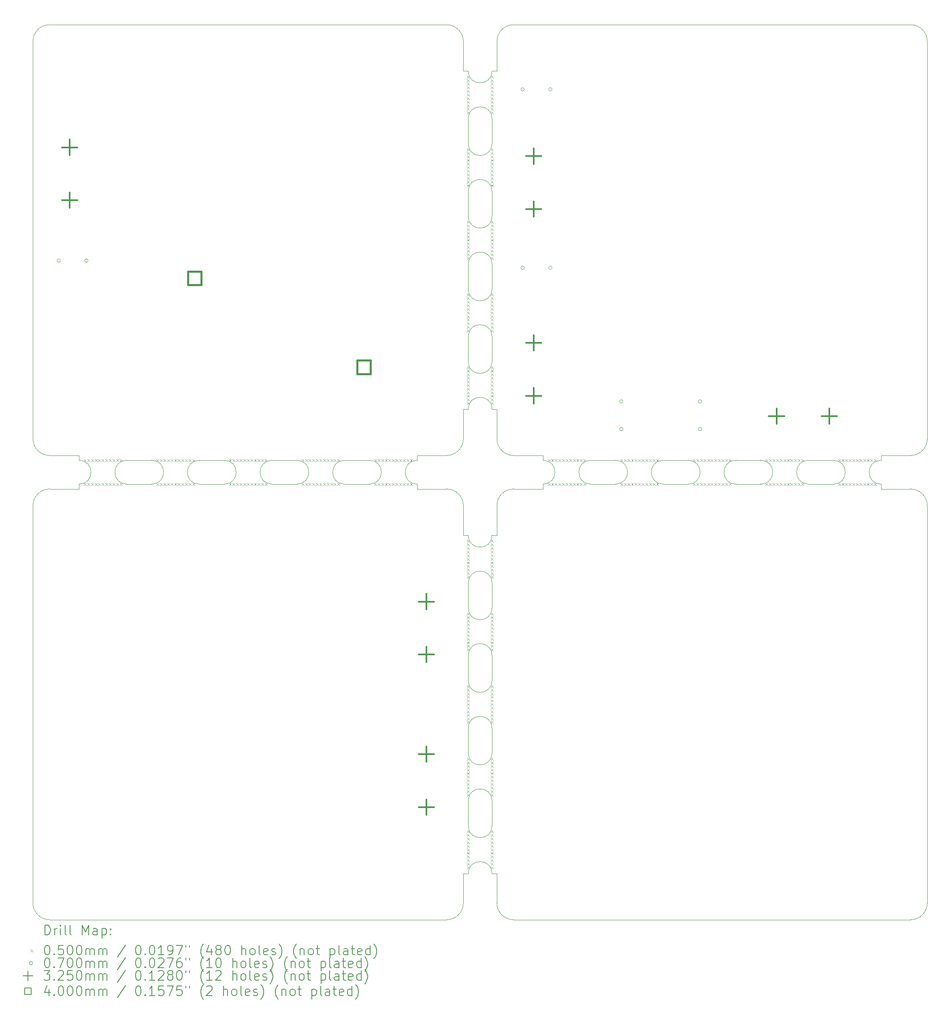
<source format=gbr>
%FSLAX45Y45*%
G04 Gerber Fmt 4.5, Leading zero omitted, Abs format (unit mm)*
G04 Created by KiCad (PCBNEW (6.0.1)) date 2023-03-04 18:11:42*
%MOMM*%
%LPD*%
G01*
G04 APERTURE LIST*
%TA.AperFunction,Profile*%
%ADD10C,0.100000*%
%TD*%
%ADD11C,0.200000*%
%ADD12C,0.050000*%
%ADD13C,0.070000*%
%ADD14C,0.325000*%
%ADD15C,0.400000*%
G04 APERTURE END LIST*
D10*
X17785000Y-10650000D02*
G75*
G03*
X17785000Y-10150000I0J250000D01*
G01*
X3015000Y-10150000D02*
G75*
G03*
X3015000Y-10650000I0J-250000D01*
G01*
X11100000Y-19750000D02*
X19400000Y-19750000D01*
X10050000Y-18785000D02*
X10150000Y-18785000D01*
X2015000Y-10750000D02*
X2015000Y-10650000D01*
X9085000Y-10150000D02*
X9085000Y-10050000D01*
X10150000Y-5050000D02*
G75*
G03*
X10650000Y-5050000I250000J0D01*
G01*
X10150000Y-14750000D02*
G75*
G03*
X10650000Y-14750000I250000J0D01*
G01*
X10650000Y-6050000D02*
X10650000Y-6570000D01*
X19400000Y-19750000D02*
G75*
G03*
X19750000Y-19400000I0J350000D01*
G01*
X11100000Y-10750000D02*
G75*
G03*
X10750000Y-11100000I0J-350000D01*
G01*
X10650000Y-3015000D02*
X10650000Y-3532500D01*
X10750000Y-9085000D02*
X10650000Y-9085000D01*
X19750000Y-19400000D02*
X19750000Y-11100000D01*
X6050000Y-10150000D02*
G75*
G03*
X6050000Y-10650000I0J-250000D01*
G01*
X15750000Y-10150000D02*
G75*
G03*
X15750000Y-10650000I0J-250000D01*
G01*
X10150000Y-16267500D02*
G75*
G03*
X10650000Y-16267500I250000J0D01*
G01*
X10150000Y-2015000D02*
G75*
G03*
X10650000Y-2015000I250000J0D01*
G01*
X10650000Y-15750000D02*
X10650000Y-16267500D01*
X19750000Y-11100000D02*
G75*
G03*
X19400000Y-10750000I-350000J0D01*
G01*
X10150000Y-16267500D02*
X10150000Y-15750000D01*
X7567500Y-10150000D02*
G75*
G03*
X7567500Y-10650000I0J-250000D01*
G01*
X10150000Y-17785000D02*
G75*
G03*
X10650000Y-17785000I250000J0D01*
G01*
X10750000Y-19400000D02*
G75*
G03*
X11100000Y-19750000I350000J0D01*
G01*
X11715000Y-10650000D02*
G75*
G03*
X11715000Y-10150000I0J250000D01*
G01*
X10650000Y-14230000D02*
G75*
G03*
X10150000Y-14230000I-250000J0D01*
G01*
X10650000Y-4532500D02*
G75*
G03*
X10150000Y-4532500I-250000J0D01*
G01*
X9700000Y-10750000D02*
X9085000Y-10750000D01*
X1050000Y-19400000D02*
X1050000Y-11100000D01*
X17785000Y-10650000D02*
X17267500Y-10650000D01*
X9700000Y-19750000D02*
G75*
G03*
X10050000Y-19400000I0J350000D01*
G01*
X13232500Y-10650000D02*
G75*
G03*
X13232500Y-10150000I0J250000D01*
G01*
X1400000Y-10750000D02*
X2015000Y-10750000D01*
X10650000Y-9085000D02*
G75*
G03*
X10150000Y-9085000I-250000J0D01*
G01*
X14750000Y-10650000D02*
G75*
G03*
X14750000Y-10150000I0J250000D01*
G01*
X1050000Y-19400000D02*
G75*
G03*
X1400000Y-19750000I350000J0D01*
G01*
X16267500Y-10650000D02*
G75*
G03*
X16267500Y-10150000I0J250000D01*
G01*
X19400000Y-10050000D02*
G75*
G03*
X19750000Y-9700000I0J350000D01*
G01*
X11715000Y-10750000D02*
X11715000Y-10650000D01*
X9700000Y-10050000D02*
X9085000Y-10050000D01*
X14750000Y-10650000D02*
X14230000Y-10650000D01*
X15750000Y-10150000D02*
X16267500Y-10150000D01*
X10150000Y-8085000D02*
X10150000Y-7567500D01*
X10650000Y-7567500D02*
X10650000Y-8085000D01*
X10050000Y-9085000D02*
X10150000Y-9085000D01*
X10650000Y-15750000D02*
G75*
G03*
X10150000Y-15750000I-250000J0D01*
G01*
X10150000Y-17785000D02*
X10150000Y-17267500D01*
X2015000Y-10650000D02*
G75*
G03*
X2015000Y-10150000I0J250000D01*
G01*
X19400000Y-10050000D02*
X18785000Y-10050000D01*
X19400000Y-10750000D02*
X18785000Y-10750000D01*
X10050000Y-11715000D02*
X10150000Y-11715000D01*
X1400000Y-1050000D02*
X9700000Y-1050000D01*
X10750000Y-1400000D02*
X10750000Y-2015000D01*
X10050000Y-11100000D02*
X10050000Y-11715000D01*
X10650000Y-17267500D02*
G75*
G03*
X10150000Y-17267500I-250000J0D01*
G01*
X10050000Y-9700000D02*
X10050000Y-9085000D01*
X10750000Y-11715000D02*
X10650000Y-11715000D01*
X10150000Y-6570000D02*
X10150000Y-6050000D01*
X14230000Y-10150000D02*
G75*
G03*
X14230000Y-10650000I0J-250000D01*
G01*
X12715000Y-10150000D02*
X13232500Y-10150000D01*
X10750000Y-18785000D02*
X10650000Y-18785000D01*
X9085000Y-10750000D02*
X9085000Y-10650000D01*
X3532500Y-10650000D02*
G75*
G03*
X3532500Y-10150000I0J250000D01*
G01*
X10050000Y-1400000D02*
G75*
G03*
X9700000Y-1050000I-350000J0D01*
G01*
X5050000Y-10650000D02*
X4530000Y-10650000D01*
X10150000Y-11715000D02*
G75*
G03*
X10650000Y-11715000I250000J0D01*
G01*
X1400000Y-10750000D02*
G75*
G03*
X1050000Y-11100000I0J-350000D01*
G01*
X10150000Y-3532500D02*
G75*
G03*
X10650000Y-3532500I250000J0D01*
G01*
X10650000Y-14230000D02*
X10650000Y-14750000D01*
X10150000Y-5050000D02*
X10150000Y-4532500D01*
X10050000Y-1400000D02*
X10050000Y-2015000D01*
X11715000Y-10050000D02*
X11715000Y-10150000D01*
X1050000Y-9700000D02*
X1050000Y-1400000D01*
X10150000Y-8085000D02*
G75*
G03*
X10650000Y-8085000I250000J0D01*
G01*
X1400000Y-19750000D02*
X9700000Y-19750000D01*
X10150000Y-14750000D02*
X10150000Y-14230000D01*
X8085000Y-10650000D02*
X7567500Y-10650000D01*
X10150000Y-13232500D02*
X10150000Y-12715000D01*
X18785000Y-10750000D02*
X18785000Y-10650000D01*
X3532500Y-10650000D02*
X3015000Y-10650000D01*
X19750000Y-9700000D02*
X19750000Y-1400000D01*
X10150000Y-3532500D02*
X10150000Y-3015000D01*
X18785000Y-10150000D02*
G75*
G03*
X18785000Y-10650000I0J-250000D01*
G01*
X17267500Y-10150000D02*
X17785000Y-10150000D01*
X10750000Y-11100000D02*
X10750000Y-11715000D01*
X10150000Y-13232500D02*
G75*
G03*
X10650000Y-13232500I250000J0D01*
G01*
X8085000Y-10650000D02*
G75*
G03*
X8085000Y-10150000I0J250000D01*
G01*
X12715000Y-10150000D02*
G75*
G03*
X12715000Y-10650000I0J-250000D01*
G01*
X11100000Y-10750000D02*
X11715000Y-10750000D01*
X10650000Y-6050000D02*
G75*
G03*
X10150000Y-6050000I-250000J0D01*
G01*
X1050000Y-9700000D02*
G75*
G03*
X1400000Y-10050000I350000J0D01*
G01*
X13232500Y-10650000D02*
X12715000Y-10650000D01*
X10650000Y-4532500D02*
X10650000Y-5050000D01*
X10750000Y-9700000D02*
G75*
G03*
X11100000Y-10050000I350000J0D01*
G01*
X9085000Y-10150000D02*
G75*
G03*
X9085000Y-10650000I0J-250000D01*
G01*
X10650000Y-17267500D02*
X10650000Y-17785000D01*
X18785000Y-10050000D02*
X18785000Y-10150000D01*
X10050000Y-2015000D02*
X10150000Y-2015000D01*
X10750000Y-9700000D02*
X10750000Y-9085000D01*
X11100000Y-1050000D02*
X19400000Y-1050000D01*
X1400000Y-1050000D02*
G75*
G03*
X1050000Y-1400000I0J-350000D01*
G01*
X11100000Y-10050000D02*
X11715000Y-10050000D01*
X10650000Y-3015000D02*
G75*
G03*
X10150000Y-3015000I-250000J0D01*
G01*
X5050000Y-10650000D02*
G75*
G03*
X5050000Y-10150000I0J250000D01*
G01*
X4530000Y-10150000D02*
X5050000Y-10150000D01*
X3015000Y-10150000D02*
X3532500Y-10150000D01*
X10650000Y-12715000D02*
X10650000Y-13232500D01*
X10650000Y-12715000D02*
G75*
G03*
X10150000Y-12715000I-250000J0D01*
G01*
X6050000Y-10150000D02*
X6567500Y-10150000D01*
X2015000Y-10050000D02*
X2015000Y-10150000D01*
X1400000Y-10050000D02*
X2015000Y-10050000D01*
X10050000Y-11100000D02*
G75*
G03*
X9700000Y-10750000I-350000J0D01*
G01*
X16267500Y-10650000D02*
X15750000Y-10650000D01*
X6567500Y-10650000D02*
X6050000Y-10650000D01*
X17267500Y-10150000D02*
G75*
G03*
X17267500Y-10650000I0J-250000D01*
G01*
X4530000Y-10150000D02*
G75*
G03*
X4530000Y-10650000I0J-250000D01*
G01*
X14230000Y-10150000D02*
X14750000Y-10150000D01*
X11100000Y-1050000D02*
G75*
G03*
X10750000Y-1400000I0J-350000D01*
G01*
X10150000Y-6570000D02*
G75*
G03*
X10650000Y-6570000I250000J0D01*
G01*
X7567500Y-10150000D02*
X8085000Y-10150000D01*
X10650000Y-7567500D02*
G75*
G03*
X10150000Y-7567500I-250000J0D01*
G01*
X10750000Y-19400000D02*
X10750000Y-18785000D01*
X9700000Y-10050000D02*
G75*
G03*
X10050000Y-9700000I0J350000D01*
G01*
X6567500Y-10650000D02*
G75*
G03*
X6567500Y-10150000I0J250000D01*
G01*
X19750000Y-1400000D02*
G75*
G03*
X19400000Y-1050000I-350000J0D01*
G01*
X10650000Y-18785000D02*
G75*
G03*
X10150000Y-18785000I-250000J0D01*
G01*
X10050000Y-19400000D02*
X10050000Y-18785000D01*
X10750000Y-2015000D02*
X10650000Y-2015000D01*
D11*
D12*
X2115000Y-10125000D02*
X2165000Y-10175000D01*
X2165000Y-10125000D02*
X2115000Y-10175000D01*
X2115000Y-10625000D02*
X2165000Y-10675000D01*
X2165000Y-10625000D02*
X2115000Y-10675000D01*
X2190000Y-10125000D02*
X2240000Y-10175000D01*
X2240000Y-10125000D02*
X2190000Y-10175000D01*
X2190000Y-10125000D02*
X2240000Y-10175000D01*
X2240000Y-10125000D02*
X2190000Y-10175000D01*
X2190000Y-10625000D02*
X2240000Y-10675000D01*
X2240000Y-10625000D02*
X2190000Y-10675000D01*
X2190000Y-10625000D02*
X2240000Y-10675000D01*
X2240000Y-10625000D02*
X2190000Y-10675000D01*
X2265000Y-10125000D02*
X2315000Y-10175000D01*
X2315000Y-10125000D02*
X2265000Y-10175000D01*
X2265000Y-10625000D02*
X2315000Y-10675000D01*
X2315000Y-10625000D02*
X2265000Y-10675000D01*
X2340000Y-10125000D02*
X2390000Y-10175000D01*
X2390000Y-10125000D02*
X2340000Y-10175000D01*
X2340000Y-10625000D02*
X2390000Y-10675000D01*
X2390000Y-10625000D02*
X2340000Y-10675000D01*
X2415000Y-10125000D02*
X2465000Y-10175000D01*
X2465000Y-10125000D02*
X2415000Y-10175000D01*
X2415000Y-10625000D02*
X2465000Y-10675000D01*
X2465000Y-10625000D02*
X2415000Y-10675000D01*
X2490000Y-10125000D02*
X2540000Y-10175000D01*
X2540000Y-10125000D02*
X2490000Y-10175000D01*
X2490000Y-10625000D02*
X2540000Y-10675000D01*
X2540000Y-10625000D02*
X2490000Y-10675000D01*
X2565000Y-10125000D02*
X2615000Y-10175000D01*
X2615000Y-10125000D02*
X2565000Y-10175000D01*
X2565000Y-10625000D02*
X2615000Y-10675000D01*
X2615000Y-10625000D02*
X2565000Y-10675000D01*
X2640000Y-10125000D02*
X2690000Y-10175000D01*
X2690000Y-10125000D02*
X2640000Y-10175000D01*
X2640000Y-10625000D02*
X2690000Y-10675000D01*
X2690000Y-10625000D02*
X2640000Y-10675000D01*
X2715000Y-10125000D02*
X2765000Y-10175000D01*
X2765000Y-10125000D02*
X2715000Y-10175000D01*
X2715000Y-10625000D02*
X2765000Y-10675000D01*
X2765000Y-10625000D02*
X2715000Y-10675000D01*
X2790000Y-10125000D02*
X2840000Y-10175000D01*
X2840000Y-10125000D02*
X2790000Y-10175000D01*
X2790000Y-10625000D02*
X2840000Y-10675000D01*
X2840000Y-10625000D02*
X2790000Y-10675000D01*
X2865000Y-10125000D02*
X2915000Y-10175000D01*
X2915000Y-10125000D02*
X2865000Y-10175000D01*
X2865000Y-10625000D02*
X2915000Y-10675000D01*
X2915000Y-10625000D02*
X2865000Y-10675000D01*
X3632500Y-10125000D02*
X3682500Y-10175000D01*
X3682500Y-10125000D02*
X3632500Y-10175000D01*
X3632500Y-10625000D02*
X3682500Y-10675000D01*
X3682500Y-10625000D02*
X3632500Y-10675000D01*
X3707500Y-10125000D02*
X3757500Y-10175000D01*
X3757500Y-10125000D02*
X3707500Y-10175000D01*
X3707500Y-10125000D02*
X3757500Y-10175000D01*
X3757500Y-10125000D02*
X3707500Y-10175000D01*
X3707500Y-10625000D02*
X3757500Y-10675000D01*
X3757500Y-10625000D02*
X3707500Y-10675000D01*
X3707500Y-10625000D02*
X3757500Y-10675000D01*
X3757500Y-10625000D02*
X3707500Y-10675000D01*
X3782500Y-10125000D02*
X3832500Y-10175000D01*
X3832500Y-10125000D02*
X3782500Y-10175000D01*
X3782500Y-10625000D02*
X3832500Y-10675000D01*
X3832500Y-10625000D02*
X3782500Y-10675000D01*
X3857500Y-10125000D02*
X3907500Y-10175000D01*
X3907500Y-10125000D02*
X3857500Y-10175000D01*
X3857500Y-10625000D02*
X3907500Y-10675000D01*
X3907500Y-10625000D02*
X3857500Y-10675000D01*
X3932500Y-10125000D02*
X3982500Y-10175000D01*
X3982500Y-10125000D02*
X3932500Y-10175000D01*
X3932500Y-10625000D02*
X3982500Y-10675000D01*
X3982500Y-10625000D02*
X3932500Y-10675000D01*
X4007500Y-10125000D02*
X4057500Y-10175000D01*
X4057500Y-10125000D02*
X4007500Y-10175000D01*
X4007500Y-10625000D02*
X4057500Y-10675000D01*
X4057500Y-10625000D02*
X4007500Y-10675000D01*
X4082500Y-10125000D02*
X4132500Y-10175000D01*
X4132500Y-10125000D02*
X4082500Y-10175000D01*
X4082500Y-10625000D02*
X4132500Y-10675000D01*
X4132500Y-10625000D02*
X4082500Y-10675000D01*
X4157500Y-10125000D02*
X4207500Y-10175000D01*
X4207500Y-10125000D02*
X4157500Y-10175000D01*
X4157500Y-10625000D02*
X4207500Y-10675000D01*
X4207500Y-10625000D02*
X4157500Y-10675000D01*
X4232500Y-10125000D02*
X4282500Y-10175000D01*
X4282500Y-10125000D02*
X4232500Y-10175000D01*
X4232500Y-10625000D02*
X4282500Y-10675000D01*
X4282500Y-10625000D02*
X4232500Y-10675000D01*
X4307500Y-10125000D02*
X4357500Y-10175000D01*
X4357500Y-10125000D02*
X4307500Y-10175000D01*
X4307500Y-10625000D02*
X4357500Y-10675000D01*
X4357500Y-10625000D02*
X4307500Y-10675000D01*
X4382500Y-10125000D02*
X4432500Y-10175000D01*
X4432500Y-10125000D02*
X4382500Y-10175000D01*
X4382500Y-10625000D02*
X4432500Y-10675000D01*
X4432500Y-10625000D02*
X4382500Y-10675000D01*
X5150000Y-10125000D02*
X5200000Y-10175000D01*
X5200000Y-10125000D02*
X5150000Y-10175000D01*
X5150000Y-10625000D02*
X5200000Y-10675000D01*
X5200000Y-10625000D02*
X5150000Y-10675000D01*
X5225000Y-10125000D02*
X5275000Y-10175000D01*
X5275000Y-10125000D02*
X5225000Y-10175000D01*
X5225000Y-10125000D02*
X5275000Y-10175000D01*
X5275000Y-10125000D02*
X5225000Y-10175000D01*
X5225000Y-10625000D02*
X5275000Y-10675000D01*
X5275000Y-10625000D02*
X5225000Y-10675000D01*
X5225000Y-10625000D02*
X5275000Y-10675000D01*
X5275000Y-10625000D02*
X5225000Y-10675000D01*
X5300000Y-10125000D02*
X5350000Y-10175000D01*
X5350000Y-10125000D02*
X5300000Y-10175000D01*
X5300000Y-10625000D02*
X5350000Y-10675000D01*
X5350000Y-10625000D02*
X5300000Y-10675000D01*
X5375000Y-10125000D02*
X5425000Y-10175000D01*
X5425000Y-10125000D02*
X5375000Y-10175000D01*
X5375000Y-10625000D02*
X5425000Y-10675000D01*
X5425000Y-10625000D02*
X5375000Y-10675000D01*
X5450000Y-10125000D02*
X5500000Y-10175000D01*
X5500000Y-10125000D02*
X5450000Y-10175000D01*
X5450000Y-10625000D02*
X5500000Y-10675000D01*
X5500000Y-10625000D02*
X5450000Y-10675000D01*
X5525000Y-10125000D02*
X5575000Y-10175000D01*
X5575000Y-10125000D02*
X5525000Y-10175000D01*
X5525000Y-10625000D02*
X5575000Y-10675000D01*
X5575000Y-10625000D02*
X5525000Y-10675000D01*
X5600000Y-10125000D02*
X5650000Y-10175000D01*
X5650000Y-10125000D02*
X5600000Y-10175000D01*
X5600000Y-10625000D02*
X5650000Y-10675000D01*
X5650000Y-10625000D02*
X5600000Y-10675000D01*
X5675000Y-10125000D02*
X5725000Y-10175000D01*
X5725000Y-10125000D02*
X5675000Y-10175000D01*
X5675000Y-10625000D02*
X5725000Y-10675000D01*
X5725000Y-10625000D02*
X5675000Y-10675000D01*
X5750000Y-10125000D02*
X5800000Y-10175000D01*
X5800000Y-10125000D02*
X5750000Y-10175000D01*
X5750000Y-10625000D02*
X5800000Y-10675000D01*
X5800000Y-10625000D02*
X5750000Y-10675000D01*
X5825000Y-10125000D02*
X5875000Y-10175000D01*
X5875000Y-10125000D02*
X5825000Y-10175000D01*
X5825000Y-10625000D02*
X5875000Y-10675000D01*
X5875000Y-10625000D02*
X5825000Y-10675000D01*
X5900000Y-10125000D02*
X5950000Y-10175000D01*
X5950000Y-10125000D02*
X5900000Y-10175000D01*
X5900000Y-10625000D02*
X5950000Y-10675000D01*
X5950000Y-10625000D02*
X5900000Y-10675000D01*
X6667500Y-10125000D02*
X6717500Y-10175000D01*
X6717500Y-10125000D02*
X6667500Y-10175000D01*
X6667500Y-10625000D02*
X6717500Y-10675000D01*
X6717500Y-10625000D02*
X6667500Y-10675000D01*
X6742500Y-10125000D02*
X6792500Y-10175000D01*
X6792500Y-10125000D02*
X6742500Y-10175000D01*
X6742500Y-10125000D02*
X6792500Y-10175000D01*
X6792500Y-10125000D02*
X6742500Y-10175000D01*
X6742500Y-10625000D02*
X6792500Y-10675000D01*
X6792500Y-10625000D02*
X6742500Y-10675000D01*
X6742500Y-10625000D02*
X6792500Y-10675000D01*
X6792500Y-10625000D02*
X6742500Y-10675000D01*
X6817500Y-10125000D02*
X6867500Y-10175000D01*
X6867500Y-10125000D02*
X6817500Y-10175000D01*
X6817500Y-10625000D02*
X6867500Y-10675000D01*
X6867500Y-10625000D02*
X6817500Y-10675000D01*
X6892500Y-10125000D02*
X6942500Y-10175000D01*
X6942500Y-10125000D02*
X6892500Y-10175000D01*
X6892500Y-10625000D02*
X6942500Y-10675000D01*
X6942500Y-10625000D02*
X6892500Y-10675000D01*
X6967500Y-10125000D02*
X7017500Y-10175000D01*
X7017500Y-10125000D02*
X6967500Y-10175000D01*
X6967500Y-10625000D02*
X7017500Y-10675000D01*
X7017500Y-10625000D02*
X6967500Y-10675000D01*
X7042500Y-10125000D02*
X7092500Y-10175000D01*
X7092500Y-10125000D02*
X7042500Y-10175000D01*
X7042500Y-10625000D02*
X7092500Y-10675000D01*
X7092500Y-10625000D02*
X7042500Y-10675000D01*
X7117500Y-10125000D02*
X7167500Y-10175000D01*
X7167500Y-10125000D02*
X7117500Y-10175000D01*
X7117500Y-10625000D02*
X7167500Y-10675000D01*
X7167500Y-10625000D02*
X7117500Y-10675000D01*
X7192500Y-10125000D02*
X7242500Y-10175000D01*
X7242500Y-10125000D02*
X7192500Y-10175000D01*
X7192500Y-10625000D02*
X7242500Y-10675000D01*
X7242500Y-10625000D02*
X7192500Y-10675000D01*
X7267500Y-10125000D02*
X7317500Y-10175000D01*
X7317500Y-10125000D02*
X7267500Y-10175000D01*
X7267500Y-10625000D02*
X7317500Y-10675000D01*
X7317500Y-10625000D02*
X7267500Y-10675000D01*
X7342500Y-10125000D02*
X7392500Y-10175000D01*
X7392500Y-10125000D02*
X7342500Y-10175000D01*
X7342500Y-10625000D02*
X7392500Y-10675000D01*
X7392500Y-10625000D02*
X7342500Y-10675000D01*
X7417500Y-10125000D02*
X7467500Y-10175000D01*
X7467500Y-10125000D02*
X7417500Y-10175000D01*
X7417500Y-10625000D02*
X7467500Y-10675000D01*
X7467500Y-10625000D02*
X7417500Y-10675000D01*
X8185000Y-10125000D02*
X8235000Y-10175000D01*
X8235000Y-10125000D02*
X8185000Y-10175000D01*
X8185000Y-10625000D02*
X8235000Y-10675000D01*
X8235000Y-10625000D02*
X8185000Y-10675000D01*
X8260000Y-10125000D02*
X8310000Y-10175000D01*
X8310000Y-10125000D02*
X8260000Y-10175000D01*
X8260000Y-10125000D02*
X8310000Y-10175000D01*
X8310000Y-10125000D02*
X8260000Y-10175000D01*
X8260000Y-10625000D02*
X8310000Y-10675000D01*
X8310000Y-10625000D02*
X8260000Y-10675000D01*
X8260000Y-10625000D02*
X8310000Y-10675000D01*
X8310000Y-10625000D02*
X8260000Y-10675000D01*
X8335000Y-10125000D02*
X8385000Y-10175000D01*
X8385000Y-10125000D02*
X8335000Y-10175000D01*
X8335000Y-10625000D02*
X8385000Y-10675000D01*
X8385000Y-10625000D02*
X8335000Y-10675000D01*
X8410000Y-10125000D02*
X8460000Y-10175000D01*
X8460000Y-10125000D02*
X8410000Y-10175000D01*
X8410000Y-10625000D02*
X8460000Y-10675000D01*
X8460000Y-10625000D02*
X8410000Y-10675000D01*
X8485000Y-10125000D02*
X8535000Y-10175000D01*
X8535000Y-10125000D02*
X8485000Y-10175000D01*
X8485000Y-10625000D02*
X8535000Y-10675000D01*
X8535000Y-10625000D02*
X8485000Y-10675000D01*
X8560000Y-10125000D02*
X8610000Y-10175000D01*
X8610000Y-10125000D02*
X8560000Y-10175000D01*
X8560000Y-10625000D02*
X8610000Y-10675000D01*
X8610000Y-10625000D02*
X8560000Y-10675000D01*
X8635000Y-10125000D02*
X8685000Y-10175000D01*
X8685000Y-10125000D02*
X8635000Y-10175000D01*
X8635000Y-10625000D02*
X8685000Y-10675000D01*
X8685000Y-10625000D02*
X8635000Y-10675000D01*
X8710000Y-10125000D02*
X8760000Y-10175000D01*
X8760000Y-10125000D02*
X8710000Y-10175000D01*
X8710000Y-10625000D02*
X8760000Y-10675000D01*
X8760000Y-10625000D02*
X8710000Y-10675000D01*
X8785000Y-10125000D02*
X8835000Y-10175000D01*
X8835000Y-10125000D02*
X8785000Y-10175000D01*
X8785000Y-10625000D02*
X8835000Y-10675000D01*
X8835000Y-10625000D02*
X8785000Y-10675000D01*
X8860000Y-10125000D02*
X8910000Y-10175000D01*
X8910000Y-10125000D02*
X8860000Y-10175000D01*
X8860000Y-10625000D02*
X8910000Y-10675000D01*
X8910000Y-10625000D02*
X8860000Y-10675000D01*
X8935000Y-10125000D02*
X8985000Y-10175000D01*
X8985000Y-10125000D02*
X8935000Y-10175000D01*
X8935000Y-10625000D02*
X8985000Y-10675000D01*
X8985000Y-10625000D02*
X8935000Y-10675000D01*
X10125000Y-2115000D02*
X10175000Y-2165000D01*
X10175000Y-2115000D02*
X10125000Y-2165000D01*
X10125000Y-2190000D02*
X10175000Y-2240000D01*
X10175000Y-2190000D02*
X10125000Y-2240000D01*
X10125000Y-2265000D02*
X10175000Y-2315000D01*
X10175000Y-2265000D02*
X10125000Y-2315000D01*
X10125000Y-2340000D02*
X10175000Y-2390000D01*
X10175000Y-2340000D02*
X10125000Y-2390000D01*
X10125000Y-2415000D02*
X10175000Y-2465000D01*
X10175000Y-2415000D02*
X10125000Y-2465000D01*
X10125000Y-2490000D02*
X10175000Y-2540000D01*
X10175000Y-2490000D02*
X10125000Y-2540000D01*
X10125000Y-2565000D02*
X10175000Y-2615000D01*
X10175000Y-2565000D02*
X10125000Y-2615000D01*
X10125000Y-2640000D02*
X10175000Y-2690000D01*
X10175000Y-2640000D02*
X10125000Y-2690000D01*
X10125000Y-2715000D02*
X10175000Y-2765000D01*
X10175000Y-2715000D02*
X10125000Y-2765000D01*
X10125000Y-2790000D02*
X10175000Y-2840000D01*
X10175000Y-2790000D02*
X10125000Y-2840000D01*
X10125000Y-2790000D02*
X10175000Y-2840000D01*
X10175000Y-2790000D02*
X10125000Y-2840000D01*
X10125000Y-2865000D02*
X10175000Y-2915000D01*
X10175000Y-2865000D02*
X10125000Y-2915000D01*
X10125000Y-3632500D02*
X10175000Y-3682500D01*
X10175000Y-3632500D02*
X10125000Y-3682500D01*
X10125000Y-3707500D02*
X10175000Y-3757500D01*
X10175000Y-3707500D02*
X10125000Y-3757500D01*
X10125000Y-3782500D02*
X10175000Y-3832500D01*
X10175000Y-3782500D02*
X10125000Y-3832500D01*
X10125000Y-3857500D02*
X10175000Y-3907500D01*
X10175000Y-3857500D02*
X10125000Y-3907500D01*
X10125000Y-3932500D02*
X10175000Y-3982500D01*
X10175000Y-3932500D02*
X10125000Y-3982500D01*
X10125000Y-4007500D02*
X10175000Y-4057500D01*
X10175000Y-4007500D02*
X10125000Y-4057500D01*
X10125000Y-4082500D02*
X10175000Y-4132500D01*
X10175000Y-4082500D02*
X10125000Y-4132500D01*
X10125000Y-4157500D02*
X10175000Y-4207500D01*
X10175000Y-4157500D02*
X10125000Y-4207500D01*
X10125000Y-4232500D02*
X10175000Y-4282500D01*
X10175000Y-4232500D02*
X10125000Y-4282500D01*
X10125000Y-4307500D02*
X10175000Y-4357500D01*
X10175000Y-4307500D02*
X10125000Y-4357500D01*
X10125000Y-4307500D02*
X10175000Y-4357500D01*
X10175000Y-4307500D02*
X10125000Y-4357500D01*
X10125000Y-4382500D02*
X10175000Y-4432500D01*
X10175000Y-4382500D02*
X10125000Y-4432500D01*
X10125000Y-5150000D02*
X10175000Y-5200000D01*
X10175000Y-5150000D02*
X10125000Y-5200000D01*
X10125000Y-5225000D02*
X10175000Y-5275000D01*
X10175000Y-5225000D02*
X10125000Y-5275000D01*
X10125000Y-5300000D02*
X10175000Y-5350000D01*
X10175000Y-5300000D02*
X10125000Y-5350000D01*
X10125000Y-5375000D02*
X10175000Y-5425000D01*
X10175000Y-5375000D02*
X10125000Y-5425000D01*
X10125000Y-5450000D02*
X10175000Y-5500000D01*
X10175000Y-5450000D02*
X10125000Y-5500000D01*
X10125000Y-5525000D02*
X10175000Y-5575000D01*
X10175000Y-5525000D02*
X10125000Y-5575000D01*
X10125000Y-5600000D02*
X10175000Y-5650000D01*
X10175000Y-5600000D02*
X10125000Y-5650000D01*
X10125000Y-5675000D02*
X10175000Y-5725000D01*
X10175000Y-5675000D02*
X10125000Y-5725000D01*
X10125000Y-5750000D02*
X10175000Y-5800000D01*
X10175000Y-5750000D02*
X10125000Y-5800000D01*
X10125000Y-5825000D02*
X10175000Y-5875000D01*
X10175000Y-5825000D02*
X10125000Y-5875000D01*
X10125000Y-5825000D02*
X10175000Y-5875000D01*
X10175000Y-5825000D02*
X10125000Y-5875000D01*
X10125000Y-5900000D02*
X10175000Y-5950000D01*
X10175000Y-5900000D02*
X10125000Y-5950000D01*
X10125000Y-6667500D02*
X10175000Y-6717500D01*
X10175000Y-6667500D02*
X10125000Y-6717500D01*
X10125000Y-6742500D02*
X10175000Y-6792500D01*
X10175000Y-6742500D02*
X10125000Y-6792500D01*
X10125000Y-6817500D02*
X10175000Y-6867500D01*
X10175000Y-6817500D02*
X10125000Y-6867500D01*
X10125000Y-6892500D02*
X10175000Y-6942500D01*
X10175000Y-6892500D02*
X10125000Y-6942500D01*
X10125000Y-6967500D02*
X10175000Y-7017500D01*
X10175000Y-6967500D02*
X10125000Y-7017500D01*
X10125000Y-7042500D02*
X10175000Y-7092500D01*
X10175000Y-7042500D02*
X10125000Y-7092500D01*
X10125000Y-7117500D02*
X10175000Y-7167500D01*
X10175000Y-7117500D02*
X10125000Y-7167500D01*
X10125000Y-7192500D02*
X10175000Y-7242500D01*
X10175000Y-7192500D02*
X10125000Y-7242500D01*
X10125000Y-7267500D02*
X10175000Y-7317500D01*
X10175000Y-7267500D02*
X10125000Y-7317500D01*
X10125000Y-7342500D02*
X10175000Y-7392500D01*
X10175000Y-7342500D02*
X10125000Y-7392500D01*
X10125000Y-7342500D02*
X10175000Y-7392500D01*
X10175000Y-7342500D02*
X10125000Y-7392500D01*
X10125000Y-7417500D02*
X10175000Y-7467500D01*
X10175000Y-7417500D02*
X10125000Y-7467500D01*
X10125000Y-8185000D02*
X10175000Y-8235000D01*
X10175000Y-8185000D02*
X10125000Y-8235000D01*
X10125000Y-8260000D02*
X10175000Y-8310000D01*
X10175000Y-8260000D02*
X10125000Y-8310000D01*
X10125000Y-8335000D02*
X10175000Y-8385000D01*
X10175000Y-8335000D02*
X10125000Y-8385000D01*
X10125000Y-8410000D02*
X10175000Y-8460000D01*
X10175000Y-8410000D02*
X10125000Y-8460000D01*
X10125000Y-8485000D02*
X10175000Y-8535000D01*
X10175000Y-8485000D02*
X10125000Y-8535000D01*
X10125000Y-8560000D02*
X10175000Y-8610000D01*
X10175000Y-8560000D02*
X10125000Y-8610000D01*
X10125000Y-8635000D02*
X10175000Y-8685000D01*
X10175000Y-8635000D02*
X10125000Y-8685000D01*
X10125000Y-8710000D02*
X10175000Y-8760000D01*
X10175000Y-8710000D02*
X10125000Y-8760000D01*
X10125000Y-8785000D02*
X10175000Y-8835000D01*
X10175000Y-8785000D02*
X10125000Y-8835000D01*
X10125000Y-8860000D02*
X10175000Y-8910000D01*
X10175000Y-8860000D02*
X10125000Y-8910000D01*
X10125000Y-8860000D02*
X10175000Y-8910000D01*
X10175000Y-8860000D02*
X10125000Y-8910000D01*
X10125000Y-8935000D02*
X10175000Y-8985000D01*
X10175000Y-8935000D02*
X10125000Y-8985000D01*
X10125000Y-11815000D02*
X10175000Y-11865000D01*
X10175000Y-11815000D02*
X10125000Y-11865000D01*
X10125000Y-11890000D02*
X10175000Y-11940000D01*
X10175000Y-11890000D02*
X10125000Y-11940000D01*
X10125000Y-11890000D02*
X10175000Y-11940000D01*
X10175000Y-11890000D02*
X10125000Y-11940000D01*
X10125000Y-11965000D02*
X10175000Y-12015000D01*
X10175000Y-11965000D02*
X10125000Y-12015000D01*
X10125000Y-12040000D02*
X10175000Y-12090000D01*
X10175000Y-12040000D02*
X10125000Y-12090000D01*
X10125000Y-12115000D02*
X10175000Y-12165000D01*
X10175000Y-12115000D02*
X10125000Y-12165000D01*
X10125000Y-12190000D02*
X10175000Y-12240000D01*
X10175000Y-12190000D02*
X10125000Y-12240000D01*
X10125000Y-12265000D02*
X10175000Y-12315000D01*
X10175000Y-12265000D02*
X10125000Y-12315000D01*
X10125000Y-12340000D02*
X10175000Y-12390000D01*
X10175000Y-12340000D02*
X10125000Y-12390000D01*
X10125000Y-12415000D02*
X10175000Y-12465000D01*
X10175000Y-12415000D02*
X10125000Y-12465000D01*
X10125000Y-12490000D02*
X10175000Y-12540000D01*
X10175000Y-12490000D02*
X10125000Y-12540000D01*
X10125000Y-12565000D02*
X10175000Y-12615000D01*
X10175000Y-12565000D02*
X10125000Y-12615000D01*
X10125000Y-13332500D02*
X10175000Y-13382500D01*
X10175000Y-13332500D02*
X10125000Y-13382500D01*
X10125000Y-13407500D02*
X10175000Y-13457500D01*
X10175000Y-13407500D02*
X10125000Y-13457500D01*
X10125000Y-13407500D02*
X10175000Y-13457500D01*
X10175000Y-13407500D02*
X10125000Y-13457500D01*
X10125000Y-13482500D02*
X10175000Y-13532500D01*
X10175000Y-13482500D02*
X10125000Y-13532500D01*
X10125000Y-13557500D02*
X10175000Y-13607500D01*
X10175000Y-13557500D02*
X10125000Y-13607500D01*
X10125000Y-13632500D02*
X10175000Y-13682500D01*
X10175000Y-13632500D02*
X10125000Y-13682500D01*
X10125000Y-13707500D02*
X10175000Y-13757500D01*
X10175000Y-13707500D02*
X10125000Y-13757500D01*
X10125000Y-13782500D02*
X10175000Y-13832500D01*
X10175000Y-13782500D02*
X10125000Y-13832500D01*
X10125000Y-13857500D02*
X10175000Y-13907500D01*
X10175000Y-13857500D02*
X10125000Y-13907500D01*
X10125000Y-13932500D02*
X10175000Y-13982500D01*
X10175000Y-13932500D02*
X10125000Y-13982500D01*
X10125000Y-14007500D02*
X10175000Y-14057500D01*
X10175000Y-14007500D02*
X10125000Y-14057500D01*
X10125000Y-14082500D02*
X10175000Y-14132500D01*
X10175000Y-14082500D02*
X10125000Y-14132500D01*
X10125000Y-14850000D02*
X10175000Y-14900000D01*
X10175000Y-14850000D02*
X10125000Y-14900000D01*
X10125000Y-14925000D02*
X10175000Y-14975000D01*
X10175000Y-14925000D02*
X10125000Y-14975000D01*
X10125000Y-14925000D02*
X10175000Y-14975000D01*
X10175000Y-14925000D02*
X10125000Y-14975000D01*
X10125000Y-15000000D02*
X10175000Y-15050000D01*
X10175000Y-15000000D02*
X10125000Y-15050000D01*
X10125000Y-15075000D02*
X10175000Y-15125000D01*
X10175000Y-15075000D02*
X10125000Y-15125000D01*
X10125000Y-15150000D02*
X10175000Y-15200000D01*
X10175000Y-15150000D02*
X10125000Y-15200000D01*
X10125000Y-15225000D02*
X10175000Y-15275000D01*
X10175000Y-15225000D02*
X10125000Y-15275000D01*
X10125000Y-15300000D02*
X10175000Y-15350000D01*
X10175000Y-15300000D02*
X10125000Y-15350000D01*
X10125000Y-15375000D02*
X10175000Y-15425000D01*
X10175000Y-15375000D02*
X10125000Y-15425000D01*
X10125000Y-15450000D02*
X10175000Y-15500000D01*
X10175000Y-15450000D02*
X10125000Y-15500000D01*
X10125000Y-15525000D02*
X10175000Y-15575000D01*
X10175000Y-15525000D02*
X10125000Y-15575000D01*
X10125000Y-15600000D02*
X10175000Y-15650000D01*
X10175000Y-15600000D02*
X10125000Y-15650000D01*
X10125000Y-16367500D02*
X10175000Y-16417500D01*
X10175000Y-16367500D02*
X10125000Y-16417500D01*
X10125000Y-16442500D02*
X10175000Y-16492500D01*
X10175000Y-16442500D02*
X10125000Y-16492500D01*
X10125000Y-16442500D02*
X10175000Y-16492500D01*
X10175000Y-16442500D02*
X10125000Y-16492500D01*
X10125000Y-16517500D02*
X10175000Y-16567500D01*
X10175000Y-16517500D02*
X10125000Y-16567500D01*
X10125000Y-16592500D02*
X10175000Y-16642500D01*
X10175000Y-16592500D02*
X10125000Y-16642500D01*
X10125000Y-16667500D02*
X10175000Y-16717500D01*
X10175000Y-16667500D02*
X10125000Y-16717500D01*
X10125000Y-16742500D02*
X10175000Y-16792500D01*
X10175000Y-16742500D02*
X10125000Y-16792500D01*
X10125000Y-16817500D02*
X10175000Y-16867500D01*
X10175000Y-16817500D02*
X10125000Y-16867500D01*
X10125000Y-16892500D02*
X10175000Y-16942500D01*
X10175000Y-16892500D02*
X10125000Y-16942500D01*
X10125000Y-16967500D02*
X10175000Y-17017500D01*
X10175000Y-16967500D02*
X10125000Y-17017500D01*
X10125000Y-17042500D02*
X10175000Y-17092500D01*
X10175000Y-17042500D02*
X10125000Y-17092500D01*
X10125000Y-17117500D02*
X10175000Y-17167500D01*
X10175000Y-17117500D02*
X10125000Y-17167500D01*
X10125000Y-17885000D02*
X10175000Y-17935000D01*
X10175000Y-17885000D02*
X10125000Y-17935000D01*
X10125000Y-17960000D02*
X10175000Y-18010000D01*
X10175000Y-17960000D02*
X10125000Y-18010000D01*
X10125000Y-17960000D02*
X10175000Y-18010000D01*
X10175000Y-17960000D02*
X10125000Y-18010000D01*
X10125000Y-18035000D02*
X10175000Y-18085000D01*
X10175000Y-18035000D02*
X10125000Y-18085000D01*
X10125000Y-18110000D02*
X10175000Y-18160000D01*
X10175000Y-18110000D02*
X10125000Y-18160000D01*
X10125000Y-18185000D02*
X10175000Y-18235000D01*
X10175000Y-18185000D02*
X10125000Y-18235000D01*
X10125000Y-18260000D02*
X10175000Y-18310000D01*
X10175000Y-18260000D02*
X10125000Y-18310000D01*
X10125000Y-18335000D02*
X10175000Y-18385000D01*
X10175000Y-18335000D02*
X10125000Y-18385000D01*
X10125000Y-18410000D02*
X10175000Y-18460000D01*
X10175000Y-18410000D02*
X10125000Y-18460000D01*
X10125000Y-18485000D02*
X10175000Y-18535000D01*
X10175000Y-18485000D02*
X10125000Y-18535000D01*
X10125000Y-18560000D02*
X10175000Y-18610000D01*
X10175000Y-18560000D02*
X10125000Y-18610000D01*
X10125000Y-18635000D02*
X10175000Y-18685000D01*
X10175000Y-18635000D02*
X10125000Y-18685000D01*
X10625000Y-2115000D02*
X10675000Y-2165000D01*
X10675000Y-2115000D02*
X10625000Y-2165000D01*
X10625000Y-2190000D02*
X10675000Y-2240000D01*
X10675000Y-2190000D02*
X10625000Y-2240000D01*
X10625000Y-2265000D02*
X10675000Y-2315000D01*
X10675000Y-2265000D02*
X10625000Y-2315000D01*
X10625000Y-2340000D02*
X10675000Y-2390000D01*
X10675000Y-2340000D02*
X10625000Y-2390000D01*
X10625000Y-2415000D02*
X10675000Y-2465000D01*
X10675000Y-2415000D02*
X10625000Y-2465000D01*
X10625000Y-2490000D02*
X10675000Y-2540000D01*
X10675000Y-2490000D02*
X10625000Y-2540000D01*
X10625000Y-2565000D02*
X10675000Y-2615000D01*
X10675000Y-2565000D02*
X10625000Y-2615000D01*
X10625000Y-2640000D02*
X10675000Y-2690000D01*
X10675000Y-2640000D02*
X10625000Y-2690000D01*
X10625000Y-2715000D02*
X10675000Y-2765000D01*
X10675000Y-2715000D02*
X10625000Y-2765000D01*
X10625000Y-2790000D02*
X10675000Y-2840000D01*
X10675000Y-2790000D02*
X10625000Y-2840000D01*
X10625000Y-2790000D02*
X10675000Y-2840000D01*
X10675000Y-2790000D02*
X10625000Y-2840000D01*
X10625000Y-2865000D02*
X10675000Y-2915000D01*
X10675000Y-2865000D02*
X10625000Y-2915000D01*
X10625000Y-3632500D02*
X10675000Y-3682500D01*
X10675000Y-3632500D02*
X10625000Y-3682500D01*
X10625000Y-3707500D02*
X10675000Y-3757500D01*
X10675000Y-3707500D02*
X10625000Y-3757500D01*
X10625000Y-3782500D02*
X10675000Y-3832500D01*
X10675000Y-3782500D02*
X10625000Y-3832500D01*
X10625000Y-3857500D02*
X10675000Y-3907500D01*
X10675000Y-3857500D02*
X10625000Y-3907500D01*
X10625000Y-3932500D02*
X10675000Y-3982500D01*
X10675000Y-3932500D02*
X10625000Y-3982500D01*
X10625000Y-4007500D02*
X10675000Y-4057500D01*
X10675000Y-4007500D02*
X10625000Y-4057500D01*
X10625000Y-4082500D02*
X10675000Y-4132500D01*
X10675000Y-4082500D02*
X10625000Y-4132500D01*
X10625000Y-4157500D02*
X10675000Y-4207500D01*
X10675000Y-4157500D02*
X10625000Y-4207500D01*
X10625000Y-4232500D02*
X10675000Y-4282500D01*
X10675000Y-4232500D02*
X10625000Y-4282500D01*
X10625000Y-4307500D02*
X10675000Y-4357500D01*
X10675000Y-4307500D02*
X10625000Y-4357500D01*
X10625000Y-4307500D02*
X10675000Y-4357500D01*
X10675000Y-4307500D02*
X10625000Y-4357500D01*
X10625000Y-4382500D02*
X10675000Y-4432500D01*
X10675000Y-4382500D02*
X10625000Y-4432500D01*
X10625000Y-5150000D02*
X10675000Y-5200000D01*
X10675000Y-5150000D02*
X10625000Y-5200000D01*
X10625000Y-5225000D02*
X10675000Y-5275000D01*
X10675000Y-5225000D02*
X10625000Y-5275000D01*
X10625000Y-5300000D02*
X10675000Y-5350000D01*
X10675000Y-5300000D02*
X10625000Y-5350000D01*
X10625000Y-5375000D02*
X10675000Y-5425000D01*
X10675000Y-5375000D02*
X10625000Y-5425000D01*
X10625000Y-5450000D02*
X10675000Y-5500000D01*
X10675000Y-5450000D02*
X10625000Y-5500000D01*
X10625000Y-5525000D02*
X10675000Y-5575000D01*
X10675000Y-5525000D02*
X10625000Y-5575000D01*
X10625000Y-5600000D02*
X10675000Y-5650000D01*
X10675000Y-5600000D02*
X10625000Y-5650000D01*
X10625000Y-5675000D02*
X10675000Y-5725000D01*
X10675000Y-5675000D02*
X10625000Y-5725000D01*
X10625000Y-5750000D02*
X10675000Y-5800000D01*
X10675000Y-5750000D02*
X10625000Y-5800000D01*
X10625000Y-5825000D02*
X10675000Y-5875000D01*
X10675000Y-5825000D02*
X10625000Y-5875000D01*
X10625000Y-5825000D02*
X10675000Y-5875000D01*
X10675000Y-5825000D02*
X10625000Y-5875000D01*
X10625000Y-5900000D02*
X10675000Y-5950000D01*
X10675000Y-5900000D02*
X10625000Y-5950000D01*
X10625000Y-6667500D02*
X10675000Y-6717500D01*
X10675000Y-6667500D02*
X10625000Y-6717500D01*
X10625000Y-6742500D02*
X10675000Y-6792500D01*
X10675000Y-6742500D02*
X10625000Y-6792500D01*
X10625000Y-6817500D02*
X10675000Y-6867500D01*
X10675000Y-6817500D02*
X10625000Y-6867500D01*
X10625000Y-6892500D02*
X10675000Y-6942500D01*
X10675000Y-6892500D02*
X10625000Y-6942500D01*
X10625000Y-6967500D02*
X10675000Y-7017500D01*
X10675000Y-6967500D02*
X10625000Y-7017500D01*
X10625000Y-7042500D02*
X10675000Y-7092500D01*
X10675000Y-7042500D02*
X10625000Y-7092500D01*
X10625000Y-7117500D02*
X10675000Y-7167500D01*
X10675000Y-7117500D02*
X10625000Y-7167500D01*
X10625000Y-7192500D02*
X10675000Y-7242500D01*
X10675000Y-7192500D02*
X10625000Y-7242500D01*
X10625000Y-7267500D02*
X10675000Y-7317500D01*
X10675000Y-7267500D02*
X10625000Y-7317500D01*
X10625000Y-7342500D02*
X10675000Y-7392500D01*
X10675000Y-7342500D02*
X10625000Y-7392500D01*
X10625000Y-7342500D02*
X10675000Y-7392500D01*
X10675000Y-7342500D02*
X10625000Y-7392500D01*
X10625000Y-7417500D02*
X10675000Y-7467500D01*
X10675000Y-7417500D02*
X10625000Y-7467500D01*
X10625000Y-8185000D02*
X10675000Y-8235000D01*
X10675000Y-8185000D02*
X10625000Y-8235000D01*
X10625000Y-8260000D02*
X10675000Y-8310000D01*
X10675000Y-8260000D02*
X10625000Y-8310000D01*
X10625000Y-8335000D02*
X10675000Y-8385000D01*
X10675000Y-8335000D02*
X10625000Y-8385000D01*
X10625000Y-8410000D02*
X10675000Y-8460000D01*
X10675000Y-8410000D02*
X10625000Y-8460000D01*
X10625000Y-8485000D02*
X10675000Y-8535000D01*
X10675000Y-8485000D02*
X10625000Y-8535000D01*
X10625000Y-8560000D02*
X10675000Y-8610000D01*
X10675000Y-8560000D02*
X10625000Y-8610000D01*
X10625000Y-8635000D02*
X10675000Y-8685000D01*
X10675000Y-8635000D02*
X10625000Y-8685000D01*
X10625000Y-8710000D02*
X10675000Y-8760000D01*
X10675000Y-8710000D02*
X10625000Y-8760000D01*
X10625000Y-8785000D02*
X10675000Y-8835000D01*
X10675000Y-8785000D02*
X10625000Y-8835000D01*
X10625000Y-8860000D02*
X10675000Y-8910000D01*
X10675000Y-8860000D02*
X10625000Y-8910000D01*
X10625000Y-8860000D02*
X10675000Y-8910000D01*
X10675000Y-8860000D02*
X10625000Y-8910000D01*
X10625000Y-8935000D02*
X10675000Y-8985000D01*
X10675000Y-8935000D02*
X10625000Y-8985000D01*
X10625000Y-11815000D02*
X10675000Y-11865000D01*
X10675000Y-11815000D02*
X10625000Y-11865000D01*
X10625000Y-11890000D02*
X10675000Y-11940000D01*
X10675000Y-11890000D02*
X10625000Y-11940000D01*
X10625000Y-11890000D02*
X10675000Y-11940000D01*
X10675000Y-11890000D02*
X10625000Y-11940000D01*
X10625000Y-11965000D02*
X10675000Y-12015000D01*
X10675000Y-11965000D02*
X10625000Y-12015000D01*
X10625000Y-12040000D02*
X10675000Y-12090000D01*
X10675000Y-12040000D02*
X10625000Y-12090000D01*
X10625000Y-12115000D02*
X10675000Y-12165000D01*
X10675000Y-12115000D02*
X10625000Y-12165000D01*
X10625000Y-12190000D02*
X10675000Y-12240000D01*
X10675000Y-12190000D02*
X10625000Y-12240000D01*
X10625000Y-12265000D02*
X10675000Y-12315000D01*
X10675000Y-12265000D02*
X10625000Y-12315000D01*
X10625000Y-12340000D02*
X10675000Y-12390000D01*
X10675000Y-12340000D02*
X10625000Y-12390000D01*
X10625000Y-12415000D02*
X10675000Y-12465000D01*
X10675000Y-12415000D02*
X10625000Y-12465000D01*
X10625000Y-12490000D02*
X10675000Y-12540000D01*
X10675000Y-12490000D02*
X10625000Y-12540000D01*
X10625000Y-12565000D02*
X10675000Y-12615000D01*
X10675000Y-12565000D02*
X10625000Y-12615000D01*
X10625000Y-13332500D02*
X10675000Y-13382500D01*
X10675000Y-13332500D02*
X10625000Y-13382500D01*
X10625000Y-13407500D02*
X10675000Y-13457500D01*
X10675000Y-13407500D02*
X10625000Y-13457500D01*
X10625000Y-13407500D02*
X10675000Y-13457500D01*
X10675000Y-13407500D02*
X10625000Y-13457500D01*
X10625000Y-13482500D02*
X10675000Y-13532500D01*
X10675000Y-13482500D02*
X10625000Y-13532500D01*
X10625000Y-13557500D02*
X10675000Y-13607500D01*
X10675000Y-13557500D02*
X10625000Y-13607500D01*
X10625000Y-13632500D02*
X10675000Y-13682500D01*
X10675000Y-13632500D02*
X10625000Y-13682500D01*
X10625000Y-13707500D02*
X10675000Y-13757500D01*
X10675000Y-13707500D02*
X10625000Y-13757500D01*
X10625000Y-13782500D02*
X10675000Y-13832500D01*
X10675000Y-13782500D02*
X10625000Y-13832500D01*
X10625000Y-13857500D02*
X10675000Y-13907500D01*
X10675000Y-13857500D02*
X10625000Y-13907500D01*
X10625000Y-13932500D02*
X10675000Y-13982500D01*
X10675000Y-13932500D02*
X10625000Y-13982500D01*
X10625000Y-14007500D02*
X10675000Y-14057500D01*
X10675000Y-14007500D02*
X10625000Y-14057500D01*
X10625000Y-14082500D02*
X10675000Y-14132500D01*
X10675000Y-14082500D02*
X10625000Y-14132500D01*
X10625000Y-14850000D02*
X10675000Y-14900000D01*
X10675000Y-14850000D02*
X10625000Y-14900000D01*
X10625000Y-14925000D02*
X10675000Y-14975000D01*
X10675000Y-14925000D02*
X10625000Y-14975000D01*
X10625000Y-14925000D02*
X10675000Y-14975000D01*
X10675000Y-14925000D02*
X10625000Y-14975000D01*
X10625000Y-15000000D02*
X10675000Y-15050000D01*
X10675000Y-15000000D02*
X10625000Y-15050000D01*
X10625000Y-15075000D02*
X10675000Y-15125000D01*
X10675000Y-15075000D02*
X10625000Y-15125000D01*
X10625000Y-15150000D02*
X10675000Y-15200000D01*
X10675000Y-15150000D02*
X10625000Y-15200000D01*
X10625000Y-15225000D02*
X10675000Y-15275000D01*
X10675000Y-15225000D02*
X10625000Y-15275000D01*
X10625000Y-15300000D02*
X10675000Y-15350000D01*
X10675000Y-15300000D02*
X10625000Y-15350000D01*
X10625000Y-15375000D02*
X10675000Y-15425000D01*
X10675000Y-15375000D02*
X10625000Y-15425000D01*
X10625000Y-15450000D02*
X10675000Y-15500000D01*
X10675000Y-15450000D02*
X10625000Y-15500000D01*
X10625000Y-15525000D02*
X10675000Y-15575000D01*
X10675000Y-15525000D02*
X10625000Y-15575000D01*
X10625000Y-15600000D02*
X10675000Y-15650000D01*
X10675000Y-15600000D02*
X10625000Y-15650000D01*
X10625000Y-16367500D02*
X10675000Y-16417500D01*
X10675000Y-16367500D02*
X10625000Y-16417500D01*
X10625000Y-16442500D02*
X10675000Y-16492500D01*
X10675000Y-16442500D02*
X10625000Y-16492500D01*
X10625000Y-16442500D02*
X10675000Y-16492500D01*
X10675000Y-16442500D02*
X10625000Y-16492500D01*
X10625000Y-16517500D02*
X10675000Y-16567500D01*
X10675000Y-16517500D02*
X10625000Y-16567500D01*
X10625000Y-16592500D02*
X10675000Y-16642500D01*
X10675000Y-16592500D02*
X10625000Y-16642500D01*
X10625000Y-16667500D02*
X10675000Y-16717500D01*
X10675000Y-16667500D02*
X10625000Y-16717500D01*
X10625000Y-16742500D02*
X10675000Y-16792500D01*
X10675000Y-16742500D02*
X10625000Y-16792500D01*
X10625000Y-16817500D02*
X10675000Y-16867500D01*
X10675000Y-16817500D02*
X10625000Y-16867500D01*
X10625000Y-16892500D02*
X10675000Y-16942500D01*
X10675000Y-16892500D02*
X10625000Y-16942500D01*
X10625000Y-16967500D02*
X10675000Y-17017500D01*
X10675000Y-16967500D02*
X10625000Y-17017500D01*
X10625000Y-17042500D02*
X10675000Y-17092500D01*
X10675000Y-17042500D02*
X10625000Y-17092500D01*
X10625000Y-17117500D02*
X10675000Y-17167500D01*
X10675000Y-17117500D02*
X10625000Y-17167500D01*
X10625000Y-17885000D02*
X10675000Y-17935000D01*
X10675000Y-17885000D02*
X10625000Y-17935000D01*
X10625000Y-17960000D02*
X10675000Y-18010000D01*
X10675000Y-17960000D02*
X10625000Y-18010000D01*
X10625000Y-17960000D02*
X10675000Y-18010000D01*
X10675000Y-17960000D02*
X10625000Y-18010000D01*
X10625000Y-18035000D02*
X10675000Y-18085000D01*
X10675000Y-18035000D02*
X10625000Y-18085000D01*
X10625000Y-18110000D02*
X10675000Y-18160000D01*
X10675000Y-18110000D02*
X10625000Y-18160000D01*
X10625000Y-18185000D02*
X10675000Y-18235000D01*
X10675000Y-18185000D02*
X10625000Y-18235000D01*
X10625000Y-18260000D02*
X10675000Y-18310000D01*
X10675000Y-18260000D02*
X10625000Y-18310000D01*
X10625000Y-18335000D02*
X10675000Y-18385000D01*
X10675000Y-18335000D02*
X10625000Y-18385000D01*
X10625000Y-18410000D02*
X10675000Y-18460000D01*
X10675000Y-18410000D02*
X10625000Y-18460000D01*
X10625000Y-18485000D02*
X10675000Y-18535000D01*
X10675000Y-18485000D02*
X10625000Y-18535000D01*
X10625000Y-18560000D02*
X10675000Y-18610000D01*
X10675000Y-18560000D02*
X10625000Y-18610000D01*
X10625000Y-18635000D02*
X10675000Y-18685000D01*
X10675000Y-18635000D02*
X10625000Y-18685000D01*
X11815000Y-10125000D02*
X11865000Y-10175000D01*
X11865000Y-10125000D02*
X11815000Y-10175000D01*
X11815000Y-10625000D02*
X11865000Y-10675000D01*
X11865000Y-10625000D02*
X11815000Y-10675000D01*
X11890000Y-10125000D02*
X11940000Y-10175000D01*
X11940000Y-10125000D02*
X11890000Y-10175000D01*
X11890000Y-10125000D02*
X11940000Y-10175000D01*
X11940000Y-10125000D02*
X11890000Y-10175000D01*
X11890000Y-10625000D02*
X11940000Y-10675000D01*
X11940000Y-10625000D02*
X11890000Y-10675000D01*
X11890000Y-10625000D02*
X11940000Y-10675000D01*
X11940000Y-10625000D02*
X11890000Y-10675000D01*
X11965000Y-10125000D02*
X12015000Y-10175000D01*
X12015000Y-10125000D02*
X11965000Y-10175000D01*
X11965000Y-10625000D02*
X12015000Y-10675000D01*
X12015000Y-10625000D02*
X11965000Y-10675000D01*
X12040000Y-10125000D02*
X12090000Y-10175000D01*
X12090000Y-10125000D02*
X12040000Y-10175000D01*
X12040000Y-10625000D02*
X12090000Y-10675000D01*
X12090000Y-10625000D02*
X12040000Y-10675000D01*
X12115000Y-10125000D02*
X12165000Y-10175000D01*
X12165000Y-10125000D02*
X12115000Y-10175000D01*
X12115000Y-10625000D02*
X12165000Y-10675000D01*
X12165000Y-10625000D02*
X12115000Y-10675000D01*
X12190000Y-10125000D02*
X12240000Y-10175000D01*
X12240000Y-10125000D02*
X12190000Y-10175000D01*
X12190000Y-10625000D02*
X12240000Y-10675000D01*
X12240000Y-10625000D02*
X12190000Y-10675000D01*
X12265000Y-10125000D02*
X12315000Y-10175000D01*
X12315000Y-10125000D02*
X12265000Y-10175000D01*
X12265000Y-10625000D02*
X12315000Y-10675000D01*
X12315000Y-10625000D02*
X12265000Y-10675000D01*
X12340000Y-10125000D02*
X12390000Y-10175000D01*
X12390000Y-10125000D02*
X12340000Y-10175000D01*
X12340000Y-10625000D02*
X12390000Y-10675000D01*
X12390000Y-10625000D02*
X12340000Y-10675000D01*
X12415000Y-10125000D02*
X12465000Y-10175000D01*
X12465000Y-10125000D02*
X12415000Y-10175000D01*
X12415000Y-10625000D02*
X12465000Y-10675000D01*
X12465000Y-10625000D02*
X12415000Y-10675000D01*
X12490000Y-10125000D02*
X12540000Y-10175000D01*
X12540000Y-10125000D02*
X12490000Y-10175000D01*
X12490000Y-10625000D02*
X12540000Y-10675000D01*
X12540000Y-10625000D02*
X12490000Y-10675000D01*
X12565000Y-10125000D02*
X12615000Y-10175000D01*
X12615000Y-10125000D02*
X12565000Y-10175000D01*
X12565000Y-10625000D02*
X12615000Y-10675000D01*
X12615000Y-10625000D02*
X12565000Y-10675000D01*
X13332500Y-10125000D02*
X13382500Y-10175000D01*
X13382500Y-10125000D02*
X13332500Y-10175000D01*
X13332500Y-10625000D02*
X13382500Y-10675000D01*
X13382500Y-10625000D02*
X13332500Y-10675000D01*
X13407500Y-10125000D02*
X13457500Y-10175000D01*
X13457500Y-10125000D02*
X13407500Y-10175000D01*
X13407500Y-10125000D02*
X13457500Y-10175000D01*
X13457500Y-10125000D02*
X13407500Y-10175000D01*
X13407500Y-10625000D02*
X13457500Y-10675000D01*
X13457500Y-10625000D02*
X13407500Y-10675000D01*
X13407500Y-10625000D02*
X13457500Y-10675000D01*
X13457500Y-10625000D02*
X13407500Y-10675000D01*
X13482500Y-10125000D02*
X13532500Y-10175000D01*
X13532500Y-10125000D02*
X13482500Y-10175000D01*
X13482500Y-10625000D02*
X13532500Y-10675000D01*
X13532500Y-10625000D02*
X13482500Y-10675000D01*
X13557500Y-10125000D02*
X13607500Y-10175000D01*
X13607500Y-10125000D02*
X13557500Y-10175000D01*
X13557500Y-10625000D02*
X13607500Y-10675000D01*
X13607500Y-10625000D02*
X13557500Y-10675000D01*
X13632500Y-10125000D02*
X13682500Y-10175000D01*
X13682500Y-10125000D02*
X13632500Y-10175000D01*
X13632500Y-10625000D02*
X13682500Y-10675000D01*
X13682500Y-10625000D02*
X13632500Y-10675000D01*
X13707500Y-10125000D02*
X13757500Y-10175000D01*
X13757500Y-10125000D02*
X13707500Y-10175000D01*
X13707500Y-10625000D02*
X13757500Y-10675000D01*
X13757500Y-10625000D02*
X13707500Y-10675000D01*
X13782500Y-10125000D02*
X13832500Y-10175000D01*
X13832500Y-10125000D02*
X13782500Y-10175000D01*
X13782500Y-10625000D02*
X13832500Y-10675000D01*
X13832500Y-10625000D02*
X13782500Y-10675000D01*
X13857500Y-10125000D02*
X13907500Y-10175000D01*
X13907500Y-10125000D02*
X13857500Y-10175000D01*
X13857500Y-10625000D02*
X13907500Y-10675000D01*
X13907500Y-10625000D02*
X13857500Y-10675000D01*
X13932500Y-10125000D02*
X13982500Y-10175000D01*
X13982500Y-10125000D02*
X13932500Y-10175000D01*
X13932500Y-10625000D02*
X13982500Y-10675000D01*
X13982500Y-10625000D02*
X13932500Y-10675000D01*
X14007500Y-10125000D02*
X14057500Y-10175000D01*
X14057500Y-10125000D02*
X14007500Y-10175000D01*
X14007500Y-10625000D02*
X14057500Y-10675000D01*
X14057500Y-10625000D02*
X14007500Y-10675000D01*
X14082500Y-10125000D02*
X14132500Y-10175000D01*
X14132500Y-10125000D02*
X14082500Y-10175000D01*
X14082500Y-10625000D02*
X14132500Y-10675000D01*
X14132500Y-10625000D02*
X14082500Y-10675000D01*
X14850000Y-10125000D02*
X14900000Y-10175000D01*
X14900000Y-10125000D02*
X14850000Y-10175000D01*
X14850000Y-10625000D02*
X14900000Y-10675000D01*
X14900000Y-10625000D02*
X14850000Y-10675000D01*
X14925000Y-10125000D02*
X14975000Y-10175000D01*
X14975000Y-10125000D02*
X14925000Y-10175000D01*
X14925000Y-10125000D02*
X14975000Y-10175000D01*
X14975000Y-10125000D02*
X14925000Y-10175000D01*
X14925000Y-10625000D02*
X14975000Y-10675000D01*
X14975000Y-10625000D02*
X14925000Y-10675000D01*
X14925000Y-10625000D02*
X14975000Y-10675000D01*
X14975000Y-10625000D02*
X14925000Y-10675000D01*
X15000000Y-10125000D02*
X15050000Y-10175000D01*
X15050000Y-10125000D02*
X15000000Y-10175000D01*
X15000000Y-10625000D02*
X15050000Y-10675000D01*
X15050000Y-10625000D02*
X15000000Y-10675000D01*
X15075000Y-10125000D02*
X15125000Y-10175000D01*
X15125000Y-10125000D02*
X15075000Y-10175000D01*
X15075000Y-10625000D02*
X15125000Y-10675000D01*
X15125000Y-10625000D02*
X15075000Y-10675000D01*
X15150000Y-10125000D02*
X15200000Y-10175000D01*
X15200000Y-10125000D02*
X15150000Y-10175000D01*
X15150000Y-10625000D02*
X15200000Y-10675000D01*
X15200000Y-10625000D02*
X15150000Y-10675000D01*
X15225000Y-10125000D02*
X15275000Y-10175000D01*
X15275000Y-10125000D02*
X15225000Y-10175000D01*
X15225000Y-10625000D02*
X15275000Y-10675000D01*
X15275000Y-10625000D02*
X15225000Y-10675000D01*
X15300000Y-10125000D02*
X15350000Y-10175000D01*
X15350000Y-10125000D02*
X15300000Y-10175000D01*
X15300000Y-10625000D02*
X15350000Y-10675000D01*
X15350000Y-10625000D02*
X15300000Y-10675000D01*
X15375000Y-10125000D02*
X15425000Y-10175000D01*
X15425000Y-10125000D02*
X15375000Y-10175000D01*
X15375000Y-10625000D02*
X15425000Y-10675000D01*
X15425000Y-10625000D02*
X15375000Y-10675000D01*
X15450000Y-10125000D02*
X15500000Y-10175000D01*
X15500000Y-10125000D02*
X15450000Y-10175000D01*
X15450000Y-10625000D02*
X15500000Y-10675000D01*
X15500000Y-10625000D02*
X15450000Y-10675000D01*
X15525000Y-10125000D02*
X15575000Y-10175000D01*
X15575000Y-10125000D02*
X15525000Y-10175000D01*
X15525000Y-10625000D02*
X15575000Y-10675000D01*
X15575000Y-10625000D02*
X15525000Y-10675000D01*
X15600000Y-10125000D02*
X15650000Y-10175000D01*
X15650000Y-10125000D02*
X15600000Y-10175000D01*
X15600000Y-10625000D02*
X15650000Y-10675000D01*
X15650000Y-10625000D02*
X15600000Y-10675000D01*
X16367500Y-10125000D02*
X16417500Y-10175000D01*
X16417500Y-10125000D02*
X16367500Y-10175000D01*
X16367500Y-10625000D02*
X16417500Y-10675000D01*
X16417500Y-10625000D02*
X16367500Y-10675000D01*
X16442500Y-10125000D02*
X16492500Y-10175000D01*
X16492500Y-10125000D02*
X16442500Y-10175000D01*
X16442500Y-10125000D02*
X16492500Y-10175000D01*
X16492500Y-10125000D02*
X16442500Y-10175000D01*
X16442500Y-10625000D02*
X16492500Y-10675000D01*
X16492500Y-10625000D02*
X16442500Y-10675000D01*
X16442500Y-10625000D02*
X16492500Y-10675000D01*
X16492500Y-10625000D02*
X16442500Y-10675000D01*
X16517500Y-10125000D02*
X16567500Y-10175000D01*
X16567500Y-10125000D02*
X16517500Y-10175000D01*
X16517500Y-10625000D02*
X16567500Y-10675000D01*
X16567500Y-10625000D02*
X16517500Y-10675000D01*
X16592500Y-10125000D02*
X16642500Y-10175000D01*
X16642500Y-10125000D02*
X16592500Y-10175000D01*
X16592500Y-10625000D02*
X16642500Y-10675000D01*
X16642500Y-10625000D02*
X16592500Y-10675000D01*
X16667500Y-10125000D02*
X16717500Y-10175000D01*
X16717500Y-10125000D02*
X16667500Y-10175000D01*
X16667500Y-10625000D02*
X16717500Y-10675000D01*
X16717500Y-10625000D02*
X16667500Y-10675000D01*
X16742500Y-10125000D02*
X16792500Y-10175000D01*
X16792500Y-10125000D02*
X16742500Y-10175000D01*
X16742500Y-10625000D02*
X16792500Y-10675000D01*
X16792500Y-10625000D02*
X16742500Y-10675000D01*
X16817500Y-10125000D02*
X16867500Y-10175000D01*
X16867500Y-10125000D02*
X16817500Y-10175000D01*
X16817500Y-10625000D02*
X16867500Y-10675000D01*
X16867500Y-10625000D02*
X16817500Y-10675000D01*
X16892500Y-10125000D02*
X16942500Y-10175000D01*
X16942500Y-10125000D02*
X16892500Y-10175000D01*
X16892500Y-10625000D02*
X16942500Y-10675000D01*
X16942500Y-10625000D02*
X16892500Y-10675000D01*
X16967500Y-10125000D02*
X17017500Y-10175000D01*
X17017500Y-10125000D02*
X16967500Y-10175000D01*
X16967500Y-10625000D02*
X17017500Y-10675000D01*
X17017500Y-10625000D02*
X16967500Y-10675000D01*
X17042500Y-10125000D02*
X17092500Y-10175000D01*
X17092500Y-10125000D02*
X17042500Y-10175000D01*
X17042500Y-10625000D02*
X17092500Y-10675000D01*
X17092500Y-10625000D02*
X17042500Y-10675000D01*
X17117500Y-10125000D02*
X17167500Y-10175000D01*
X17167500Y-10125000D02*
X17117500Y-10175000D01*
X17117500Y-10625000D02*
X17167500Y-10675000D01*
X17167500Y-10625000D02*
X17117500Y-10675000D01*
X17885000Y-10125000D02*
X17935000Y-10175000D01*
X17935000Y-10125000D02*
X17885000Y-10175000D01*
X17885000Y-10625000D02*
X17935000Y-10675000D01*
X17935000Y-10625000D02*
X17885000Y-10675000D01*
X17960000Y-10125000D02*
X18010000Y-10175000D01*
X18010000Y-10125000D02*
X17960000Y-10175000D01*
X17960000Y-10125000D02*
X18010000Y-10175000D01*
X18010000Y-10125000D02*
X17960000Y-10175000D01*
X17960000Y-10625000D02*
X18010000Y-10675000D01*
X18010000Y-10625000D02*
X17960000Y-10675000D01*
X17960000Y-10625000D02*
X18010000Y-10675000D01*
X18010000Y-10625000D02*
X17960000Y-10675000D01*
X18035000Y-10125000D02*
X18085000Y-10175000D01*
X18085000Y-10125000D02*
X18035000Y-10175000D01*
X18035000Y-10625000D02*
X18085000Y-10675000D01*
X18085000Y-10625000D02*
X18035000Y-10675000D01*
X18110000Y-10125000D02*
X18160000Y-10175000D01*
X18160000Y-10125000D02*
X18110000Y-10175000D01*
X18110000Y-10625000D02*
X18160000Y-10675000D01*
X18160000Y-10625000D02*
X18110000Y-10675000D01*
X18185000Y-10125000D02*
X18235000Y-10175000D01*
X18235000Y-10125000D02*
X18185000Y-10175000D01*
X18185000Y-10625000D02*
X18235000Y-10675000D01*
X18235000Y-10625000D02*
X18185000Y-10675000D01*
X18260000Y-10125000D02*
X18310000Y-10175000D01*
X18310000Y-10125000D02*
X18260000Y-10175000D01*
X18260000Y-10625000D02*
X18310000Y-10675000D01*
X18310000Y-10625000D02*
X18260000Y-10675000D01*
X18335000Y-10125000D02*
X18385000Y-10175000D01*
X18385000Y-10125000D02*
X18335000Y-10175000D01*
X18335000Y-10625000D02*
X18385000Y-10675000D01*
X18385000Y-10625000D02*
X18335000Y-10675000D01*
X18410000Y-10125000D02*
X18460000Y-10175000D01*
X18460000Y-10125000D02*
X18410000Y-10175000D01*
X18410000Y-10625000D02*
X18460000Y-10675000D01*
X18460000Y-10625000D02*
X18410000Y-10675000D01*
X18485000Y-10125000D02*
X18535000Y-10175000D01*
X18535000Y-10125000D02*
X18485000Y-10175000D01*
X18485000Y-10625000D02*
X18535000Y-10675000D01*
X18535000Y-10625000D02*
X18485000Y-10675000D01*
X18560000Y-10125000D02*
X18610000Y-10175000D01*
X18610000Y-10125000D02*
X18560000Y-10175000D01*
X18560000Y-10625000D02*
X18610000Y-10675000D01*
X18610000Y-10625000D02*
X18560000Y-10675000D01*
X18635000Y-10125000D02*
X18685000Y-10175000D01*
X18685000Y-10125000D02*
X18635000Y-10175000D01*
X18635000Y-10625000D02*
X18685000Y-10675000D01*
X18685000Y-10625000D02*
X18635000Y-10675000D01*
D13*
X1624500Y-5977250D02*
G75*
G03*
X1624500Y-5977250I-35000J0D01*
G01*
X2203500Y-5977250D02*
G75*
G03*
X2203500Y-5977250I-35000J0D01*
G01*
X11324500Y-6127250D02*
G75*
G03*
X11324500Y-6127250I-35000J0D01*
G01*
X11324500Y-2401000D02*
G75*
G03*
X11324500Y-2401000I-35000J0D01*
G01*
X11903500Y-6127250D02*
G75*
G03*
X11903500Y-6127250I-35000J0D01*
G01*
X11903500Y-2401000D02*
G75*
G03*
X11903500Y-2401000I-35000J0D01*
G01*
X13386833Y-8921000D02*
G75*
G03*
X13386833Y-8921000I-35000J0D01*
G01*
X13386833Y-9500000D02*
G75*
G03*
X13386833Y-9500000I-35000J0D01*
G01*
X15035000Y-8921000D02*
G75*
G03*
X15035000Y-8921000I-35000J0D01*
G01*
X15035000Y-9500000D02*
G75*
G03*
X15035000Y-9500000I-35000J0D01*
G01*
D14*
X1820500Y-3449550D02*
X1820500Y-3774550D01*
X1658000Y-3612050D02*
X1983000Y-3612050D01*
X1820500Y-4555550D02*
X1820500Y-4880550D01*
X1658000Y-4718050D02*
X1983000Y-4718050D01*
X9279500Y-12940333D02*
X9279500Y-13265333D01*
X9117000Y-13102833D02*
X9442000Y-13102833D01*
X9279500Y-14046333D02*
X9279500Y-14371333D01*
X9117000Y-14208833D02*
X9442000Y-14208833D01*
X9279500Y-16128666D02*
X9279500Y-16453666D01*
X9117000Y-16291166D02*
X9442000Y-16291166D01*
X9279500Y-17234666D02*
X9279500Y-17559666D01*
X9117000Y-17397166D02*
X9442000Y-17397166D01*
X11520500Y-3634500D02*
X11520500Y-3959500D01*
X11358000Y-3797000D02*
X11683000Y-3797000D01*
X11520500Y-4740500D02*
X11520500Y-5065500D01*
X11358000Y-4903000D02*
X11683000Y-4903000D01*
X11520500Y-7534500D02*
X11520500Y-7859500D01*
X11358000Y-7697000D02*
X11683000Y-7697000D01*
X11520500Y-8640500D02*
X11520500Y-8965500D01*
X11358000Y-8803000D02*
X11683000Y-8803000D01*
X16597000Y-9067000D02*
X16597000Y-9392000D01*
X16434500Y-9229500D02*
X16759500Y-9229500D01*
X17703000Y-9067000D02*
X17703000Y-9392000D01*
X17540500Y-9229500D02*
X17865500Y-9229500D01*
D15*
X4571423Y-6487673D02*
X4571423Y-6204827D01*
X4288577Y-6204827D01*
X4288577Y-6487673D01*
X4571423Y-6487673D01*
X8111423Y-8347673D02*
X8111423Y-8064827D01*
X7828577Y-8064827D01*
X7828577Y-8347673D01*
X8111423Y-8347673D01*
D11*
X1302619Y-20065476D02*
X1302619Y-19865476D01*
X1350238Y-19865476D01*
X1378810Y-19875000D01*
X1397857Y-19894048D01*
X1407381Y-19913095D01*
X1416905Y-19951190D01*
X1416905Y-19979762D01*
X1407381Y-20017857D01*
X1397857Y-20036905D01*
X1378810Y-20055952D01*
X1350238Y-20065476D01*
X1302619Y-20065476D01*
X1502619Y-20065476D02*
X1502619Y-19932143D01*
X1502619Y-19970238D02*
X1512143Y-19951190D01*
X1521667Y-19941667D01*
X1540714Y-19932143D01*
X1559762Y-19932143D01*
X1626428Y-20065476D02*
X1626428Y-19932143D01*
X1626428Y-19865476D02*
X1616905Y-19875000D01*
X1626428Y-19884524D01*
X1635952Y-19875000D01*
X1626428Y-19865476D01*
X1626428Y-19884524D01*
X1750238Y-20065476D02*
X1731190Y-20055952D01*
X1721667Y-20036905D01*
X1721667Y-19865476D01*
X1855000Y-20065476D02*
X1835952Y-20055952D01*
X1826428Y-20036905D01*
X1826428Y-19865476D01*
X2083571Y-20065476D02*
X2083571Y-19865476D01*
X2150238Y-20008333D01*
X2216905Y-19865476D01*
X2216905Y-20065476D01*
X2397857Y-20065476D02*
X2397857Y-19960714D01*
X2388333Y-19941667D01*
X2369286Y-19932143D01*
X2331190Y-19932143D01*
X2312143Y-19941667D01*
X2397857Y-20055952D02*
X2378810Y-20065476D01*
X2331190Y-20065476D01*
X2312143Y-20055952D01*
X2302619Y-20036905D01*
X2302619Y-20017857D01*
X2312143Y-19998810D01*
X2331190Y-19989286D01*
X2378810Y-19989286D01*
X2397857Y-19979762D01*
X2493095Y-19932143D02*
X2493095Y-20132143D01*
X2493095Y-19941667D02*
X2512143Y-19932143D01*
X2550238Y-19932143D01*
X2569286Y-19941667D01*
X2578810Y-19951190D01*
X2588333Y-19970238D01*
X2588333Y-20027381D01*
X2578810Y-20046429D01*
X2569286Y-20055952D01*
X2550238Y-20065476D01*
X2512143Y-20065476D01*
X2493095Y-20055952D01*
X2674048Y-20046429D02*
X2683571Y-20055952D01*
X2674048Y-20065476D01*
X2664524Y-20055952D01*
X2674048Y-20046429D01*
X2674048Y-20065476D01*
X2674048Y-19941667D02*
X2683571Y-19951190D01*
X2674048Y-19960714D01*
X2664524Y-19951190D01*
X2674048Y-19941667D01*
X2674048Y-19960714D01*
D12*
X995000Y-20370000D02*
X1045000Y-20420000D01*
X1045000Y-20370000D02*
X995000Y-20420000D01*
D11*
X1340714Y-20285476D02*
X1359762Y-20285476D01*
X1378810Y-20295000D01*
X1388333Y-20304524D01*
X1397857Y-20323571D01*
X1407381Y-20361667D01*
X1407381Y-20409286D01*
X1397857Y-20447381D01*
X1388333Y-20466429D01*
X1378810Y-20475952D01*
X1359762Y-20485476D01*
X1340714Y-20485476D01*
X1321667Y-20475952D01*
X1312143Y-20466429D01*
X1302619Y-20447381D01*
X1293095Y-20409286D01*
X1293095Y-20361667D01*
X1302619Y-20323571D01*
X1312143Y-20304524D01*
X1321667Y-20295000D01*
X1340714Y-20285476D01*
X1493095Y-20466429D02*
X1502619Y-20475952D01*
X1493095Y-20485476D01*
X1483571Y-20475952D01*
X1493095Y-20466429D01*
X1493095Y-20485476D01*
X1683571Y-20285476D02*
X1588333Y-20285476D01*
X1578809Y-20380714D01*
X1588333Y-20371190D01*
X1607381Y-20361667D01*
X1655000Y-20361667D01*
X1674048Y-20371190D01*
X1683571Y-20380714D01*
X1693095Y-20399762D01*
X1693095Y-20447381D01*
X1683571Y-20466429D01*
X1674048Y-20475952D01*
X1655000Y-20485476D01*
X1607381Y-20485476D01*
X1588333Y-20475952D01*
X1578809Y-20466429D01*
X1816905Y-20285476D02*
X1835952Y-20285476D01*
X1855000Y-20295000D01*
X1864524Y-20304524D01*
X1874048Y-20323571D01*
X1883571Y-20361667D01*
X1883571Y-20409286D01*
X1874048Y-20447381D01*
X1864524Y-20466429D01*
X1855000Y-20475952D01*
X1835952Y-20485476D01*
X1816905Y-20485476D01*
X1797857Y-20475952D01*
X1788333Y-20466429D01*
X1778809Y-20447381D01*
X1769286Y-20409286D01*
X1769286Y-20361667D01*
X1778809Y-20323571D01*
X1788333Y-20304524D01*
X1797857Y-20295000D01*
X1816905Y-20285476D01*
X2007381Y-20285476D02*
X2026428Y-20285476D01*
X2045476Y-20295000D01*
X2055000Y-20304524D01*
X2064524Y-20323571D01*
X2074048Y-20361667D01*
X2074048Y-20409286D01*
X2064524Y-20447381D01*
X2055000Y-20466429D01*
X2045476Y-20475952D01*
X2026428Y-20485476D01*
X2007381Y-20485476D01*
X1988333Y-20475952D01*
X1978809Y-20466429D01*
X1969286Y-20447381D01*
X1959762Y-20409286D01*
X1959762Y-20361667D01*
X1969286Y-20323571D01*
X1978809Y-20304524D01*
X1988333Y-20295000D01*
X2007381Y-20285476D01*
X2159762Y-20485476D02*
X2159762Y-20352143D01*
X2159762Y-20371190D02*
X2169286Y-20361667D01*
X2188333Y-20352143D01*
X2216905Y-20352143D01*
X2235952Y-20361667D01*
X2245476Y-20380714D01*
X2245476Y-20485476D01*
X2245476Y-20380714D02*
X2255000Y-20361667D01*
X2274048Y-20352143D01*
X2302619Y-20352143D01*
X2321667Y-20361667D01*
X2331190Y-20380714D01*
X2331190Y-20485476D01*
X2426429Y-20485476D02*
X2426429Y-20352143D01*
X2426429Y-20371190D02*
X2435952Y-20361667D01*
X2455000Y-20352143D01*
X2483571Y-20352143D01*
X2502619Y-20361667D01*
X2512143Y-20380714D01*
X2512143Y-20485476D01*
X2512143Y-20380714D02*
X2521667Y-20361667D01*
X2540714Y-20352143D01*
X2569286Y-20352143D01*
X2588333Y-20361667D01*
X2597857Y-20380714D01*
X2597857Y-20485476D01*
X2988333Y-20275952D02*
X2816905Y-20533095D01*
X3245476Y-20285476D02*
X3264524Y-20285476D01*
X3283571Y-20295000D01*
X3293095Y-20304524D01*
X3302619Y-20323571D01*
X3312143Y-20361667D01*
X3312143Y-20409286D01*
X3302619Y-20447381D01*
X3293095Y-20466429D01*
X3283571Y-20475952D01*
X3264524Y-20485476D01*
X3245476Y-20485476D01*
X3226428Y-20475952D01*
X3216905Y-20466429D01*
X3207381Y-20447381D01*
X3197857Y-20409286D01*
X3197857Y-20361667D01*
X3207381Y-20323571D01*
X3216905Y-20304524D01*
X3226428Y-20295000D01*
X3245476Y-20285476D01*
X3397857Y-20466429D02*
X3407381Y-20475952D01*
X3397857Y-20485476D01*
X3388333Y-20475952D01*
X3397857Y-20466429D01*
X3397857Y-20485476D01*
X3531190Y-20285476D02*
X3550238Y-20285476D01*
X3569286Y-20295000D01*
X3578809Y-20304524D01*
X3588333Y-20323571D01*
X3597857Y-20361667D01*
X3597857Y-20409286D01*
X3588333Y-20447381D01*
X3578809Y-20466429D01*
X3569286Y-20475952D01*
X3550238Y-20485476D01*
X3531190Y-20485476D01*
X3512143Y-20475952D01*
X3502619Y-20466429D01*
X3493095Y-20447381D01*
X3483571Y-20409286D01*
X3483571Y-20361667D01*
X3493095Y-20323571D01*
X3502619Y-20304524D01*
X3512143Y-20295000D01*
X3531190Y-20285476D01*
X3788333Y-20485476D02*
X3674048Y-20485476D01*
X3731190Y-20485476D02*
X3731190Y-20285476D01*
X3712143Y-20314048D01*
X3693095Y-20333095D01*
X3674048Y-20342619D01*
X3883571Y-20485476D02*
X3921667Y-20485476D01*
X3940714Y-20475952D01*
X3950238Y-20466429D01*
X3969286Y-20437857D01*
X3978809Y-20399762D01*
X3978809Y-20323571D01*
X3969286Y-20304524D01*
X3959762Y-20295000D01*
X3940714Y-20285476D01*
X3902619Y-20285476D01*
X3883571Y-20295000D01*
X3874048Y-20304524D01*
X3864524Y-20323571D01*
X3864524Y-20371190D01*
X3874048Y-20390238D01*
X3883571Y-20399762D01*
X3902619Y-20409286D01*
X3940714Y-20409286D01*
X3959762Y-20399762D01*
X3969286Y-20390238D01*
X3978809Y-20371190D01*
X4045476Y-20285476D02*
X4178809Y-20285476D01*
X4093095Y-20485476D01*
X4245476Y-20285476D02*
X4245476Y-20323571D01*
X4321667Y-20285476D02*
X4321667Y-20323571D01*
X4616905Y-20561667D02*
X4607381Y-20552143D01*
X4588333Y-20523571D01*
X4578810Y-20504524D01*
X4569286Y-20475952D01*
X4559762Y-20428333D01*
X4559762Y-20390238D01*
X4569286Y-20342619D01*
X4578810Y-20314048D01*
X4588333Y-20295000D01*
X4607381Y-20266429D01*
X4616905Y-20256905D01*
X4778810Y-20352143D02*
X4778810Y-20485476D01*
X4731190Y-20275952D02*
X4683571Y-20418810D01*
X4807381Y-20418810D01*
X4912143Y-20371190D02*
X4893095Y-20361667D01*
X4883571Y-20352143D01*
X4874048Y-20333095D01*
X4874048Y-20323571D01*
X4883571Y-20304524D01*
X4893095Y-20295000D01*
X4912143Y-20285476D01*
X4950238Y-20285476D01*
X4969286Y-20295000D01*
X4978810Y-20304524D01*
X4988333Y-20323571D01*
X4988333Y-20333095D01*
X4978810Y-20352143D01*
X4969286Y-20361667D01*
X4950238Y-20371190D01*
X4912143Y-20371190D01*
X4893095Y-20380714D01*
X4883571Y-20390238D01*
X4874048Y-20409286D01*
X4874048Y-20447381D01*
X4883571Y-20466429D01*
X4893095Y-20475952D01*
X4912143Y-20485476D01*
X4950238Y-20485476D01*
X4969286Y-20475952D01*
X4978810Y-20466429D01*
X4988333Y-20447381D01*
X4988333Y-20409286D01*
X4978810Y-20390238D01*
X4969286Y-20380714D01*
X4950238Y-20371190D01*
X5112143Y-20285476D02*
X5131190Y-20285476D01*
X5150238Y-20295000D01*
X5159762Y-20304524D01*
X5169286Y-20323571D01*
X5178810Y-20361667D01*
X5178810Y-20409286D01*
X5169286Y-20447381D01*
X5159762Y-20466429D01*
X5150238Y-20475952D01*
X5131190Y-20485476D01*
X5112143Y-20485476D01*
X5093095Y-20475952D01*
X5083571Y-20466429D01*
X5074048Y-20447381D01*
X5064524Y-20409286D01*
X5064524Y-20361667D01*
X5074048Y-20323571D01*
X5083571Y-20304524D01*
X5093095Y-20295000D01*
X5112143Y-20285476D01*
X5416905Y-20485476D02*
X5416905Y-20285476D01*
X5502619Y-20485476D02*
X5502619Y-20380714D01*
X5493095Y-20361667D01*
X5474048Y-20352143D01*
X5445476Y-20352143D01*
X5426429Y-20361667D01*
X5416905Y-20371190D01*
X5626428Y-20485476D02*
X5607381Y-20475952D01*
X5597857Y-20466429D01*
X5588333Y-20447381D01*
X5588333Y-20390238D01*
X5597857Y-20371190D01*
X5607381Y-20361667D01*
X5626428Y-20352143D01*
X5655000Y-20352143D01*
X5674048Y-20361667D01*
X5683571Y-20371190D01*
X5693095Y-20390238D01*
X5693095Y-20447381D01*
X5683571Y-20466429D01*
X5674048Y-20475952D01*
X5655000Y-20485476D01*
X5626428Y-20485476D01*
X5807381Y-20485476D02*
X5788333Y-20475952D01*
X5778809Y-20456905D01*
X5778809Y-20285476D01*
X5959762Y-20475952D02*
X5940714Y-20485476D01*
X5902619Y-20485476D01*
X5883571Y-20475952D01*
X5874048Y-20456905D01*
X5874048Y-20380714D01*
X5883571Y-20361667D01*
X5902619Y-20352143D01*
X5940714Y-20352143D01*
X5959762Y-20361667D01*
X5969286Y-20380714D01*
X5969286Y-20399762D01*
X5874048Y-20418810D01*
X6045476Y-20475952D02*
X6064524Y-20485476D01*
X6102619Y-20485476D01*
X6121667Y-20475952D01*
X6131190Y-20456905D01*
X6131190Y-20447381D01*
X6121667Y-20428333D01*
X6102619Y-20418810D01*
X6074048Y-20418810D01*
X6055000Y-20409286D01*
X6045476Y-20390238D01*
X6045476Y-20380714D01*
X6055000Y-20361667D01*
X6074048Y-20352143D01*
X6102619Y-20352143D01*
X6121667Y-20361667D01*
X6197857Y-20561667D02*
X6207381Y-20552143D01*
X6226428Y-20523571D01*
X6235952Y-20504524D01*
X6245476Y-20475952D01*
X6255000Y-20428333D01*
X6255000Y-20390238D01*
X6245476Y-20342619D01*
X6235952Y-20314048D01*
X6226428Y-20295000D01*
X6207381Y-20266429D01*
X6197857Y-20256905D01*
X6559762Y-20561667D02*
X6550238Y-20552143D01*
X6531190Y-20523571D01*
X6521667Y-20504524D01*
X6512143Y-20475952D01*
X6502619Y-20428333D01*
X6502619Y-20390238D01*
X6512143Y-20342619D01*
X6521667Y-20314048D01*
X6531190Y-20295000D01*
X6550238Y-20266429D01*
X6559762Y-20256905D01*
X6635952Y-20352143D02*
X6635952Y-20485476D01*
X6635952Y-20371190D02*
X6645476Y-20361667D01*
X6664524Y-20352143D01*
X6693095Y-20352143D01*
X6712143Y-20361667D01*
X6721667Y-20380714D01*
X6721667Y-20485476D01*
X6845476Y-20485476D02*
X6826428Y-20475952D01*
X6816905Y-20466429D01*
X6807381Y-20447381D01*
X6807381Y-20390238D01*
X6816905Y-20371190D01*
X6826428Y-20361667D01*
X6845476Y-20352143D01*
X6874048Y-20352143D01*
X6893095Y-20361667D01*
X6902619Y-20371190D01*
X6912143Y-20390238D01*
X6912143Y-20447381D01*
X6902619Y-20466429D01*
X6893095Y-20475952D01*
X6874048Y-20485476D01*
X6845476Y-20485476D01*
X6969286Y-20352143D02*
X7045476Y-20352143D01*
X6997857Y-20285476D02*
X6997857Y-20456905D01*
X7007381Y-20475952D01*
X7026428Y-20485476D01*
X7045476Y-20485476D01*
X7264524Y-20352143D02*
X7264524Y-20552143D01*
X7264524Y-20361667D02*
X7283571Y-20352143D01*
X7321667Y-20352143D01*
X7340714Y-20361667D01*
X7350238Y-20371190D01*
X7359762Y-20390238D01*
X7359762Y-20447381D01*
X7350238Y-20466429D01*
X7340714Y-20475952D01*
X7321667Y-20485476D01*
X7283571Y-20485476D01*
X7264524Y-20475952D01*
X7474048Y-20485476D02*
X7455000Y-20475952D01*
X7445476Y-20456905D01*
X7445476Y-20285476D01*
X7635952Y-20485476D02*
X7635952Y-20380714D01*
X7626428Y-20361667D01*
X7607381Y-20352143D01*
X7569286Y-20352143D01*
X7550238Y-20361667D01*
X7635952Y-20475952D02*
X7616905Y-20485476D01*
X7569286Y-20485476D01*
X7550238Y-20475952D01*
X7540714Y-20456905D01*
X7540714Y-20437857D01*
X7550238Y-20418810D01*
X7569286Y-20409286D01*
X7616905Y-20409286D01*
X7635952Y-20399762D01*
X7702619Y-20352143D02*
X7778809Y-20352143D01*
X7731190Y-20285476D02*
X7731190Y-20456905D01*
X7740714Y-20475952D01*
X7759762Y-20485476D01*
X7778809Y-20485476D01*
X7921667Y-20475952D02*
X7902619Y-20485476D01*
X7864524Y-20485476D01*
X7845476Y-20475952D01*
X7835952Y-20456905D01*
X7835952Y-20380714D01*
X7845476Y-20361667D01*
X7864524Y-20352143D01*
X7902619Y-20352143D01*
X7921667Y-20361667D01*
X7931190Y-20380714D01*
X7931190Y-20399762D01*
X7835952Y-20418810D01*
X8102619Y-20485476D02*
X8102619Y-20285476D01*
X8102619Y-20475952D02*
X8083571Y-20485476D01*
X8045476Y-20485476D01*
X8026428Y-20475952D01*
X8016905Y-20466429D01*
X8007381Y-20447381D01*
X8007381Y-20390238D01*
X8016905Y-20371190D01*
X8026428Y-20361667D01*
X8045476Y-20352143D01*
X8083571Y-20352143D01*
X8102619Y-20361667D01*
X8178809Y-20561667D02*
X8188333Y-20552143D01*
X8207381Y-20523571D01*
X8216905Y-20504524D01*
X8226428Y-20475952D01*
X8235952Y-20428333D01*
X8235952Y-20390238D01*
X8226428Y-20342619D01*
X8216905Y-20314048D01*
X8207381Y-20295000D01*
X8188333Y-20266429D01*
X8178809Y-20256905D01*
D13*
X1045000Y-20659000D02*
G75*
G03*
X1045000Y-20659000I-35000J0D01*
G01*
D11*
X1340714Y-20549476D02*
X1359762Y-20549476D01*
X1378810Y-20559000D01*
X1388333Y-20568524D01*
X1397857Y-20587571D01*
X1407381Y-20625667D01*
X1407381Y-20673286D01*
X1397857Y-20711381D01*
X1388333Y-20730429D01*
X1378810Y-20739952D01*
X1359762Y-20749476D01*
X1340714Y-20749476D01*
X1321667Y-20739952D01*
X1312143Y-20730429D01*
X1302619Y-20711381D01*
X1293095Y-20673286D01*
X1293095Y-20625667D01*
X1302619Y-20587571D01*
X1312143Y-20568524D01*
X1321667Y-20559000D01*
X1340714Y-20549476D01*
X1493095Y-20730429D02*
X1502619Y-20739952D01*
X1493095Y-20749476D01*
X1483571Y-20739952D01*
X1493095Y-20730429D01*
X1493095Y-20749476D01*
X1569286Y-20549476D02*
X1702619Y-20549476D01*
X1616905Y-20749476D01*
X1816905Y-20549476D02*
X1835952Y-20549476D01*
X1855000Y-20559000D01*
X1864524Y-20568524D01*
X1874048Y-20587571D01*
X1883571Y-20625667D01*
X1883571Y-20673286D01*
X1874048Y-20711381D01*
X1864524Y-20730429D01*
X1855000Y-20739952D01*
X1835952Y-20749476D01*
X1816905Y-20749476D01*
X1797857Y-20739952D01*
X1788333Y-20730429D01*
X1778809Y-20711381D01*
X1769286Y-20673286D01*
X1769286Y-20625667D01*
X1778809Y-20587571D01*
X1788333Y-20568524D01*
X1797857Y-20559000D01*
X1816905Y-20549476D01*
X2007381Y-20549476D02*
X2026428Y-20549476D01*
X2045476Y-20559000D01*
X2055000Y-20568524D01*
X2064524Y-20587571D01*
X2074048Y-20625667D01*
X2074048Y-20673286D01*
X2064524Y-20711381D01*
X2055000Y-20730429D01*
X2045476Y-20739952D01*
X2026428Y-20749476D01*
X2007381Y-20749476D01*
X1988333Y-20739952D01*
X1978809Y-20730429D01*
X1969286Y-20711381D01*
X1959762Y-20673286D01*
X1959762Y-20625667D01*
X1969286Y-20587571D01*
X1978809Y-20568524D01*
X1988333Y-20559000D01*
X2007381Y-20549476D01*
X2159762Y-20749476D02*
X2159762Y-20616143D01*
X2159762Y-20635190D02*
X2169286Y-20625667D01*
X2188333Y-20616143D01*
X2216905Y-20616143D01*
X2235952Y-20625667D01*
X2245476Y-20644714D01*
X2245476Y-20749476D01*
X2245476Y-20644714D02*
X2255000Y-20625667D01*
X2274048Y-20616143D01*
X2302619Y-20616143D01*
X2321667Y-20625667D01*
X2331190Y-20644714D01*
X2331190Y-20749476D01*
X2426429Y-20749476D02*
X2426429Y-20616143D01*
X2426429Y-20635190D02*
X2435952Y-20625667D01*
X2455000Y-20616143D01*
X2483571Y-20616143D01*
X2502619Y-20625667D01*
X2512143Y-20644714D01*
X2512143Y-20749476D01*
X2512143Y-20644714D02*
X2521667Y-20625667D01*
X2540714Y-20616143D01*
X2569286Y-20616143D01*
X2588333Y-20625667D01*
X2597857Y-20644714D01*
X2597857Y-20749476D01*
X2988333Y-20539952D02*
X2816905Y-20797095D01*
X3245476Y-20549476D02*
X3264524Y-20549476D01*
X3283571Y-20559000D01*
X3293095Y-20568524D01*
X3302619Y-20587571D01*
X3312143Y-20625667D01*
X3312143Y-20673286D01*
X3302619Y-20711381D01*
X3293095Y-20730429D01*
X3283571Y-20739952D01*
X3264524Y-20749476D01*
X3245476Y-20749476D01*
X3226428Y-20739952D01*
X3216905Y-20730429D01*
X3207381Y-20711381D01*
X3197857Y-20673286D01*
X3197857Y-20625667D01*
X3207381Y-20587571D01*
X3216905Y-20568524D01*
X3226428Y-20559000D01*
X3245476Y-20549476D01*
X3397857Y-20730429D02*
X3407381Y-20739952D01*
X3397857Y-20749476D01*
X3388333Y-20739952D01*
X3397857Y-20730429D01*
X3397857Y-20749476D01*
X3531190Y-20549476D02*
X3550238Y-20549476D01*
X3569286Y-20559000D01*
X3578809Y-20568524D01*
X3588333Y-20587571D01*
X3597857Y-20625667D01*
X3597857Y-20673286D01*
X3588333Y-20711381D01*
X3578809Y-20730429D01*
X3569286Y-20739952D01*
X3550238Y-20749476D01*
X3531190Y-20749476D01*
X3512143Y-20739952D01*
X3502619Y-20730429D01*
X3493095Y-20711381D01*
X3483571Y-20673286D01*
X3483571Y-20625667D01*
X3493095Y-20587571D01*
X3502619Y-20568524D01*
X3512143Y-20559000D01*
X3531190Y-20549476D01*
X3674048Y-20568524D02*
X3683571Y-20559000D01*
X3702619Y-20549476D01*
X3750238Y-20549476D01*
X3769286Y-20559000D01*
X3778809Y-20568524D01*
X3788333Y-20587571D01*
X3788333Y-20606619D01*
X3778809Y-20635190D01*
X3664524Y-20749476D01*
X3788333Y-20749476D01*
X3855000Y-20549476D02*
X3988333Y-20549476D01*
X3902619Y-20749476D01*
X4150238Y-20549476D02*
X4112143Y-20549476D01*
X4093095Y-20559000D01*
X4083571Y-20568524D01*
X4064524Y-20597095D01*
X4055000Y-20635190D01*
X4055000Y-20711381D01*
X4064524Y-20730429D01*
X4074048Y-20739952D01*
X4093095Y-20749476D01*
X4131190Y-20749476D01*
X4150238Y-20739952D01*
X4159762Y-20730429D01*
X4169286Y-20711381D01*
X4169286Y-20663762D01*
X4159762Y-20644714D01*
X4150238Y-20635190D01*
X4131190Y-20625667D01*
X4093095Y-20625667D01*
X4074048Y-20635190D01*
X4064524Y-20644714D01*
X4055000Y-20663762D01*
X4245476Y-20549476D02*
X4245476Y-20587571D01*
X4321667Y-20549476D02*
X4321667Y-20587571D01*
X4616905Y-20825667D02*
X4607381Y-20816143D01*
X4588333Y-20787571D01*
X4578810Y-20768524D01*
X4569286Y-20739952D01*
X4559762Y-20692333D01*
X4559762Y-20654238D01*
X4569286Y-20606619D01*
X4578810Y-20578048D01*
X4588333Y-20559000D01*
X4607381Y-20530429D01*
X4616905Y-20520905D01*
X4797857Y-20749476D02*
X4683571Y-20749476D01*
X4740714Y-20749476D02*
X4740714Y-20549476D01*
X4721667Y-20578048D01*
X4702619Y-20597095D01*
X4683571Y-20606619D01*
X4921667Y-20549476D02*
X4940714Y-20549476D01*
X4959762Y-20559000D01*
X4969286Y-20568524D01*
X4978810Y-20587571D01*
X4988333Y-20625667D01*
X4988333Y-20673286D01*
X4978810Y-20711381D01*
X4969286Y-20730429D01*
X4959762Y-20739952D01*
X4940714Y-20749476D01*
X4921667Y-20749476D01*
X4902619Y-20739952D01*
X4893095Y-20730429D01*
X4883571Y-20711381D01*
X4874048Y-20673286D01*
X4874048Y-20625667D01*
X4883571Y-20587571D01*
X4893095Y-20568524D01*
X4902619Y-20559000D01*
X4921667Y-20549476D01*
X5226429Y-20749476D02*
X5226429Y-20549476D01*
X5312143Y-20749476D02*
X5312143Y-20644714D01*
X5302619Y-20625667D01*
X5283571Y-20616143D01*
X5255000Y-20616143D01*
X5235952Y-20625667D01*
X5226429Y-20635190D01*
X5435952Y-20749476D02*
X5416905Y-20739952D01*
X5407381Y-20730429D01*
X5397857Y-20711381D01*
X5397857Y-20654238D01*
X5407381Y-20635190D01*
X5416905Y-20625667D01*
X5435952Y-20616143D01*
X5464524Y-20616143D01*
X5483571Y-20625667D01*
X5493095Y-20635190D01*
X5502619Y-20654238D01*
X5502619Y-20711381D01*
X5493095Y-20730429D01*
X5483571Y-20739952D01*
X5464524Y-20749476D01*
X5435952Y-20749476D01*
X5616905Y-20749476D02*
X5597857Y-20739952D01*
X5588333Y-20720905D01*
X5588333Y-20549476D01*
X5769286Y-20739952D02*
X5750238Y-20749476D01*
X5712143Y-20749476D01*
X5693095Y-20739952D01*
X5683571Y-20720905D01*
X5683571Y-20644714D01*
X5693095Y-20625667D01*
X5712143Y-20616143D01*
X5750238Y-20616143D01*
X5769286Y-20625667D01*
X5778809Y-20644714D01*
X5778809Y-20663762D01*
X5683571Y-20682810D01*
X5855000Y-20739952D02*
X5874048Y-20749476D01*
X5912143Y-20749476D01*
X5931190Y-20739952D01*
X5940714Y-20720905D01*
X5940714Y-20711381D01*
X5931190Y-20692333D01*
X5912143Y-20682810D01*
X5883571Y-20682810D01*
X5864524Y-20673286D01*
X5855000Y-20654238D01*
X5855000Y-20644714D01*
X5864524Y-20625667D01*
X5883571Y-20616143D01*
X5912143Y-20616143D01*
X5931190Y-20625667D01*
X6007381Y-20825667D02*
X6016905Y-20816143D01*
X6035952Y-20787571D01*
X6045476Y-20768524D01*
X6055000Y-20739952D01*
X6064524Y-20692333D01*
X6064524Y-20654238D01*
X6055000Y-20606619D01*
X6045476Y-20578048D01*
X6035952Y-20559000D01*
X6016905Y-20530429D01*
X6007381Y-20520905D01*
X6369286Y-20825667D02*
X6359762Y-20816143D01*
X6340714Y-20787571D01*
X6331190Y-20768524D01*
X6321667Y-20739952D01*
X6312143Y-20692333D01*
X6312143Y-20654238D01*
X6321667Y-20606619D01*
X6331190Y-20578048D01*
X6340714Y-20559000D01*
X6359762Y-20530429D01*
X6369286Y-20520905D01*
X6445476Y-20616143D02*
X6445476Y-20749476D01*
X6445476Y-20635190D02*
X6455000Y-20625667D01*
X6474048Y-20616143D01*
X6502619Y-20616143D01*
X6521667Y-20625667D01*
X6531190Y-20644714D01*
X6531190Y-20749476D01*
X6655000Y-20749476D02*
X6635952Y-20739952D01*
X6626428Y-20730429D01*
X6616905Y-20711381D01*
X6616905Y-20654238D01*
X6626428Y-20635190D01*
X6635952Y-20625667D01*
X6655000Y-20616143D01*
X6683571Y-20616143D01*
X6702619Y-20625667D01*
X6712143Y-20635190D01*
X6721667Y-20654238D01*
X6721667Y-20711381D01*
X6712143Y-20730429D01*
X6702619Y-20739952D01*
X6683571Y-20749476D01*
X6655000Y-20749476D01*
X6778809Y-20616143D02*
X6855000Y-20616143D01*
X6807381Y-20549476D02*
X6807381Y-20720905D01*
X6816905Y-20739952D01*
X6835952Y-20749476D01*
X6855000Y-20749476D01*
X7074048Y-20616143D02*
X7074048Y-20816143D01*
X7074048Y-20625667D02*
X7093095Y-20616143D01*
X7131190Y-20616143D01*
X7150238Y-20625667D01*
X7159762Y-20635190D01*
X7169286Y-20654238D01*
X7169286Y-20711381D01*
X7159762Y-20730429D01*
X7150238Y-20739952D01*
X7131190Y-20749476D01*
X7093095Y-20749476D01*
X7074048Y-20739952D01*
X7283571Y-20749476D02*
X7264524Y-20739952D01*
X7255000Y-20720905D01*
X7255000Y-20549476D01*
X7445476Y-20749476D02*
X7445476Y-20644714D01*
X7435952Y-20625667D01*
X7416905Y-20616143D01*
X7378809Y-20616143D01*
X7359762Y-20625667D01*
X7445476Y-20739952D02*
X7426428Y-20749476D01*
X7378809Y-20749476D01*
X7359762Y-20739952D01*
X7350238Y-20720905D01*
X7350238Y-20701857D01*
X7359762Y-20682810D01*
X7378809Y-20673286D01*
X7426428Y-20673286D01*
X7445476Y-20663762D01*
X7512143Y-20616143D02*
X7588333Y-20616143D01*
X7540714Y-20549476D02*
X7540714Y-20720905D01*
X7550238Y-20739952D01*
X7569286Y-20749476D01*
X7588333Y-20749476D01*
X7731190Y-20739952D02*
X7712143Y-20749476D01*
X7674048Y-20749476D01*
X7655000Y-20739952D01*
X7645476Y-20720905D01*
X7645476Y-20644714D01*
X7655000Y-20625667D01*
X7674048Y-20616143D01*
X7712143Y-20616143D01*
X7731190Y-20625667D01*
X7740714Y-20644714D01*
X7740714Y-20663762D01*
X7645476Y-20682810D01*
X7912143Y-20749476D02*
X7912143Y-20549476D01*
X7912143Y-20739952D02*
X7893095Y-20749476D01*
X7855000Y-20749476D01*
X7835952Y-20739952D01*
X7826428Y-20730429D01*
X7816905Y-20711381D01*
X7816905Y-20654238D01*
X7826428Y-20635190D01*
X7835952Y-20625667D01*
X7855000Y-20616143D01*
X7893095Y-20616143D01*
X7912143Y-20625667D01*
X7988333Y-20825667D02*
X7997857Y-20816143D01*
X8016905Y-20787571D01*
X8026428Y-20768524D01*
X8035952Y-20739952D01*
X8045476Y-20692333D01*
X8045476Y-20654238D01*
X8035952Y-20606619D01*
X8026428Y-20578048D01*
X8016905Y-20559000D01*
X7997857Y-20530429D01*
X7988333Y-20520905D01*
X945000Y-20823000D02*
X945000Y-21023000D01*
X845000Y-20923000D02*
X1045000Y-20923000D01*
X1283571Y-20813476D02*
X1407381Y-20813476D01*
X1340714Y-20889667D01*
X1369286Y-20889667D01*
X1388333Y-20899190D01*
X1397857Y-20908714D01*
X1407381Y-20927762D01*
X1407381Y-20975381D01*
X1397857Y-20994429D01*
X1388333Y-21003952D01*
X1369286Y-21013476D01*
X1312143Y-21013476D01*
X1293095Y-21003952D01*
X1283571Y-20994429D01*
X1493095Y-20994429D02*
X1502619Y-21003952D01*
X1493095Y-21013476D01*
X1483571Y-21003952D01*
X1493095Y-20994429D01*
X1493095Y-21013476D01*
X1578809Y-20832524D02*
X1588333Y-20823000D01*
X1607381Y-20813476D01*
X1655000Y-20813476D01*
X1674048Y-20823000D01*
X1683571Y-20832524D01*
X1693095Y-20851571D01*
X1693095Y-20870619D01*
X1683571Y-20899190D01*
X1569286Y-21013476D01*
X1693095Y-21013476D01*
X1874048Y-20813476D02*
X1778809Y-20813476D01*
X1769286Y-20908714D01*
X1778809Y-20899190D01*
X1797857Y-20889667D01*
X1845476Y-20889667D01*
X1864524Y-20899190D01*
X1874048Y-20908714D01*
X1883571Y-20927762D01*
X1883571Y-20975381D01*
X1874048Y-20994429D01*
X1864524Y-21003952D01*
X1845476Y-21013476D01*
X1797857Y-21013476D01*
X1778809Y-21003952D01*
X1769286Y-20994429D01*
X2007381Y-20813476D02*
X2026428Y-20813476D01*
X2045476Y-20823000D01*
X2055000Y-20832524D01*
X2064524Y-20851571D01*
X2074048Y-20889667D01*
X2074048Y-20937286D01*
X2064524Y-20975381D01*
X2055000Y-20994429D01*
X2045476Y-21003952D01*
X2026428Y-21013476D01*
X2007381Y-21013476D01*
X1988333Y-21003952D01*
X1978809Y-20994429D01*
X1969286Y-20975381D01*
X1959762Y-20937286D01*
X1959762Y-20889667D01*
X1969286Y-20851571D01*
X1978809Y-20832524D01*
X1988333Y-20823000D01*
X2007381Y-20813476D01*
X2159762Y-21013476D02*
X2159762Y-20880143D01*
X2159762Y-20899190D02*
X2169286Y-20889667D01*
X2188333Y-20880143D01*
X2216905Y-20880143D01*
X2235952Y-20889667D01*
X2245476Y-20908714D01*
X2245476Y-21013476D01*
X2245476Y-20908714D02*
X2255000Y-20889667D01*
X2274048Y-20880143D01*
X2302619Y-20880143D01*
X2321667Y-20889667D01*
X2331190Y-20908714D01*
X2331190Y-21013476D01*
X2426429Y-21013476D02*
X2426429Y-20880143D01*
X2426429Y-20899190D02*
X2435952Y-20889667D01*
X2455000Y-20880143D01*
X2483571Y-20880143D01*
X2502619Y-20889667D01*
X2512143Y-20908714D01*
X2512143Y-21013476D01*
X2512143Y-20908714D02*
X2521667Y-20889667D01*
X2540714Y-20880143D01*
X2569286Y-20880143D01*
X2588333Y-20889667D01*
X2597857Y-20908714D01*
X2597857Y-21013476D01*
X2988333Y-20803952D02*
X2816905Y-21061095D01*
X3245476Y-20813476D02*
X3264524Y-20813476D01*
X3283571Y-20823000D01*
X3293095Y-20832524D01*
X3302619Y-20851571D01*
X3312143Y-20889667D01*
X3312143Y-20937286D01*
X3302619Y-20975381D01*
X3293095Y-20994429D01*
X3283571Y-21003952D01*
X3264524Y-21013476D01*
X3245476Y-21013476D01*
X3226428Y-21003952D01*
X3216905Y-20994429D01*
X3207381Y-20975381D01*
X3197857Y-20937286D01*
X3197857Y-20889667D01*
X3207381Y-20851571D01*
X3216905Y-20832524D01*
X3226428Y-20823000D01*
X3245476Y-20813476D01*
X3397857Y-20994429D02*
X3407381Y-21003952D01*
X3397857Y-21013476D01*
X3388333Y-21003952D01*
X3397857Y-20994429D01*
X3397857Y-21013476D01*
X3597857Y-21013476D02*
X3483571Y-21013476D01*
X3540714Y-21013476D02*
X3540714Y-20813476D01*
X3521667Y-20842048D01*
X3502619Y-20861095D01*
X3483571Y-20870619D01*
X3674048Y-20832524D02*
X3683571Y-20823000D01*
X3702619Y-20813476D01*
X3750238Y-20813476D01*
X3769286Y-20823000D01*
X3778809Y-20832524D01*
X3788333Y-20851571D01*
X3788333Y-20870619D01*
X3778809Y-20899190D01*
X3664524Y-21013476D01*
X3788333Y-21013476D01*
X3902619Y-20899190D02*
X3883571Y-20889667D01*
X3874048Y-20880143D01*
X3864524Y-20861095D01*
X3864524Y-20851571D01*
X3874048Y-20832524D01*
X3883571Y-20823000D01*
X3902619Y-20813476D01*
X3940714Y-20813476D01*
X3959762Y-20823000D01*
X3969286Y-20832524D01*
X3978809Y-20851571D01*
X3978809Y-20861095D01*
X3969286Y-20880143D01*
X3959762Y-20889667D01*
X3940714Y-20899190D01*
X3902619Y-20899190D01*
X3883571Y-20908714D01*
X3874048Y-20918238D01*
X3864524Y-20937286D01*
X3864524Y-20975381D01*
X3874048Y-20994429D01*
X3883571Y-21003952D01*
X3902619Y-21013476D01*
X3940714Y-21013476D01*
X3959762Y-21003952D01*
X3969286Y-20994429D01*
X3978809Y-20975381D01*
X3978809Y-20937286D01*
X3969286Y-20918238D01*
X3959762Y-20908714D01*
X3940714Y-20899190D01*
X4102619Y-20813476D02*
X4121667Y-20813476D01*
X4140714Y-20823000D01*
X4150238Y-20832524D01*
X4159762Y-20851571D01*
X4169286Y-20889667D01*
X4169286Y-20937286D01*
X4159762Y-20975381D01*
X4150238Y-20994429D01*
X4140714Y-21003952D01*
X4121667Y-21013476D01*
X4102619Y-21013476D01*
X4083571Y-21003952D01*
X4074048Y-20994429D01*
X4064524Y-20975381D01*
X4055000Y-20937286D01*
X4055000Y-20889667D01*
X4064524Y-20851571D01*
X4074048Y-20832524D01*
X4083571Y-20823000D01*
X4102619Y-20813476D01*
X4245476Y-20813476D02*
X4245476Y-20851571D01*
X4321667Y-20813476D02*
X4321667Y-20851571D01*
X4616905Y-21089667D02*
X4607381Y-21080143D01*
X4588333Y-21051571D01*
X4578810Y-21032524D01*
X4569286Y-21003952D01*
X4559762Y-20956333D01*
X4559762Y-20918238D01*
X4569286Y-20870619D01*
X4578810Y-20842048D01*
X4588333Y-20823000D01*
X4607381Y-20794429D01*
X4616905Y-20784905D01*
X4797857Y-21013476D02*
X4683571Y-21013476D01*
X4740714Y-21013476D02*
X4740714Y-20813476D01*
X4721667Y-20842048D01*
X4702619Y-20861095D01*
X4683571Y-20870619D01*
X4874048Y-20832524D02*
X4883571Y-20823000D01*
X4902619Y-20813476D01*
X4950238Y-20813476D01*
X4969286Y-20823000D01*
X4978810Y-20832524D01*
X4988333Y-20851571D01*
X4988333Y-20870619D01*
X4978810Y-20899190D01*
X4864524Y-21013476D01*
X4988333Y-21013476D01*
X5226429Y-21013476D02*
X5226429Y-20813476D01*
X5312143Y-21013476D02*
X5312143Y-20908714D01*
X5302619Y-20889667D01*
X5283571Y-20880143D01*
X5255000Y-20880143D01*
X5235952Y-20889667D01*
X5226429Y-20899190D01*
X5435952Y-21013476D02*
X5416905Y-21003952D01*
X5407381Y-20994429D01*
X5397857Y-20975381D01*
X5397857Y-20918238D01*
X5407381Y-20899190D01*
X5416905Y-20889667D01*
X5435952Y-20880143D01*
X5464524Y-20880143D01*
X5483571Y-20889667D01*
X5493095Y-20899190D01*
X5502619Y-20918238D01*
X5502619Y-20975381D01*
X5493095Y-20994429D01*
X5483571Y-21003952D01*
X5464524Y-21013476D01*
X5435952Y-21013476D01*
X5616905Y-21013476D02*
X5597857Y-21003952D01*
X5588333Y-20984905D01*
X5588333Y-20813476D01*
X5769286Y-21003952D02*
X5750238Y-21013476D01*
X5712143Y-21013476D01*
X5693095Y-21003952D01*
X5683571Y-20984905D01*
X5683571Y-20908714D01*
X5693095Y-20889667D01*
X5712143Y-20880143D01*
X5750238Y-20880143D01*
X5769286Y-20889667D01*
X5778809Y-20908714D01*
X5778809Y-20927762D01*
X5683571Y-20946810D01*
X5855000Y-21003952D02*
X5874048Y-21013476D01*
X5912143Y-21013476D01*
X5931190Y-21003952D01*
X5940714Y-20984905D01*
X5940714Y-20975381D01*
X5931190Y-20956333D01*
X5912143Y-20946810D01*
X5883571Y-20946810D01*
X5864524Y-20937286D01*
X5855000Y-20918238D01*
X5855000Y-20908714D01*
X5864524Y-20889667D01*
X5883571Y-20880143D01*
X5912143Y-20880143D01*
X5931190Y-20889667D01*
X6007381Y-21089667D02*
X6016905Y-21080143D01*
X6035952Y-21051571D01*
X6045476Y-21032524D01*
X6055000Y-21003952D01*
X6064524Y-20956333D01*
X6064524Y-20918238D01*
X6055000Y-20870619D01*
X6045476Y-20842048D01*
X6035952Y-20823000D01*
X6016905Y-20794429D01*
X6007381Y-20784905D01*
X6369286Y-21089667D02*
X6359762Y-21080143D01*
X6340714Y-21051571D01*
X6331190Y-21032524D01*
X6321667Y-21003952D01*
X6312143Y-20956333D01*
X6312143Y-20918238D01*
X6321667Y-20870619D01*
X6331190Y-20842048D01*
X6340714Y-20823000D01*
X6359762Y-20794429D01*
X6369286Y-20784905D01*
X6445476Y-20880143D02*
X6445476Y-21013476D01*
X6445476Y-20899190D02*
X6455000Y-20889667D01*
X6474048Y-20880143D01*
X6502619Y-20880143D01*
X6521667Y-20889667D01*
X6531190Y-20908714D01*
X6531190Y-21013476D01*
X6655000Y-21013476D02*
X6635952Y-21003952D01*
X6626428Y-20994429D01*
X6616905Y-20975381D01*
X6616905Y-20918238D01*
X6626428Y-20899190D01*
X6635952Y-20889667D01*
X6655000Y-20880143D01*
X6683571Y-20880143D01*
X6702619Y-20889667D01*
X6712143Y-20899190D01*
X6721667Y-20918238D01*
X6721667Y-20975381D01*
X6712143Y-20994429D01*
X6702619Y-21003952D01*
X6683571Y-21013476D01*
X6655000Y-21013476D01*
X6778809Y-20880143D02*
X6855000Y-20880143D01*
X6807381Y-20813476D02*
X6807381Y-20984905D01*
X6816905Y-21003952D01*
X6835952Y-21013476D01*
X6855000Y-21013476D01*
X7074048Y-20880143D02*
X7074048Y-21080143D01*
X7074048Y-20889667D02*
X7093095Y-20880143D01*
X7131190Y-20880143D01*
X7150238Y-20889667D01*
X7159762Y-20899190D01*
X7169286Y-20918238D01*
X7169286Y-20975381D01*
X7159762Y-20994429D01*
X7150238Y-21003952D01*
X7131190Y-21013476D01*
X7093095Y-21013476D01*
X7074048Y-21003952D01*
X7283571Y-21013476D02*
X7264524Y-21003952D01*
X7255000Y-20984905D01*
X7255000Y-20813476D01*
X7445476Y-21013476D02*
X7445476Y-20908714D01*
X7435952Y-20889667D01*
X7416905Y-20880143D01*
X7378809Y-20880143D01*
X7359762Y-20889667D01*
X7445476Y-21003952D02*
X7426428Y-21013476D01*
X7378809Y-21013476D01*
X7359762Y-21003952D01*
X7350238Y-20984905D01*
X7350238Y-20965857D01*
X7359762Y-20946810D01*
X7378809Y-20937286D01*
X7426428Y-20937286D01*
X7445476Y-20927762D01*
X7512143Y-20880143D02*
X7588333Y-20880143D01*
X7540714Y-20813476D02*
X7540714Y-20984905D01*
X7550238Y-21003952D01*
X7569286Y-21013476D01*
X7588333Y-21013476D01*
X7731190Y-21003952D02*
X7712143Y-21013476D01*
X7674048Y-21013476D01*
X7655000Y-21003952D01*
X7645476Y-20984905D01*
X7645476Y-20908714D01*
X7655000Y-20889667D01*
X7674048Y-20880143D01*
X7712143Y-20880143D01*
X7731190Y-20889667D01*
X7740714Y-20908714D01*
X7740714Y-20927762D01*
X7645476Y-20946810D01*
X7912143Y-21013476D02*
X7912143Y-20813476D01*
X7912143Y-21003952D02*
X7893095Y-21013476D01*
X7855000Y-21013476D01*
X7835952Y-21003952D01*
X7826428Y-20994429D01*
X7816905Y-20975381D01*
X7816905Y-20918238D01*
X7826428Y-20899190D01*
X7835952Y-20889667D01*
X7855000Y-20880143D01*
X7893095Y-20880143D01*
X7912143Y-20889667D01*
X7988333Y-21089667D02*
X7997857Y-21080143D01*
X8016905Y-21051571D01*
X8026428Y-21032524D01*
X8035952Y-21003952D01*
X8045476Y-20956333D01*
X8045476Y-20918238D01*
X8035952Y-20870619D01*
X8026428Y-20842048D01*
X8016905Y-20823000D01*
X7997857Y-20794429D01*
X7988333Y-20784905D01*
X1015711Y-21313711D02*
X1015711Y-21172289D01*
X874289Y-21172289D01*
X874289Y-21313711D01*
X1015711Y-21313711D01*
X1388333Y-21200143D02*
X1388333Y-21333476D01*
X1340714Y-21123952D02*
X1293095Y-21266810D01*
X1416905Y-21266810D01*
X1493095Y-21314429D02*
X1502619Y-21323952D01*
X1493095Y-21333476D01*
X1483571Y-21323952D01*
X1493095Y-21314429D01*
X1493095Y-21333476D01*
X1626428Y-21133476D02*
X1645476Y-21133476D01*
X1664524Y-21143000D01*
X1674048Y-21152524D01*
X1683571Y-21171571D01*
X1693095Y-21209667D01*
X1693095Y-21257286D01*
X1683571Y-21295381D01*
X1674048Y-21314429D01*
X1664524Y-21323952D01*
X1645476Y-21333476D01*
X1626428Y-21333476D01*
X1607381Y-21323952D01*
X1597857Y-21314429D01*
X1588333Y-21295381D01*
X1578809Y-21257286D01*
X1578809Y-21209667D01*
X1588333Y-21171571D01*
X1597857Y-21152524D01*
X1607381Y-21143000D01*
X1626428Y-21133476D01*
X1816905Y-21133476D02*
X1835952Y-21133476D01*
X1855000Y-21143000D01*
X1864524Y-21152524D01*
X1874048Y-21171571D01*
X1883571Y-21209667D01*
X1883571Y-21257286D01*
X1874048Y-21295381D01*
X1864524Y-21314429D01*
X1855000Y-21323952D01*
X1835952Y-21333476D01*
X1816905Y-21333476D01*
X1797857Y-21323952D01*
X1788333Y-21314429D01*
X1778809Y-21295381D01*
X1769286Y-21257286D01*
X1769286Y-21209667D01*
X1778809Y-21171571D01*
X1788333Y-21152524D01*
X1797857Y-21143000D01*
X1816905Y-21133476D01*
X2007381Y-21133476D02*
X2026428Y-21133476D01*
X2045476Y-21143000D01*
X2055000Y-21152524D01*
X2064524Y-21171571D01*
X2074048Y-21209667D01*
X2074048Y-21257286D01*
X2064524Y-21295381D01*
X2055000Y-21314429D01*
X2045476Y-21323952D01*
X2026428Y-21333476D01*
X2007381Y-21333476D01*
X1988333Y-21323952D01*
X1978809Y-21314429D01*
X1969286Y-21295381D01*
X1959762Y-21257286D01*
X1959762Y-21209667D01*
X1969286Y-21171571D01*
X1978809Y-21152524D01*
X1988333Y-21143000D01*
X2007381Y-21133476D01*
X2159762Y-21333476D02*
X2159762Y-21200143D01*
X2159762Y-21219190D02*
X2169286Y-21209667D01*
X2188333Y-21200143D01*
X2216905Y-21200143D01*
X2235952Y-21209667D01*
X2245476Y-21228714D01*
X2245476Y-21333476D01*
X2245476Y-21228714D02*
X2255000Y-21209667D01*
X2274048Y-21200143D01*
X2302619Y-21200143D01*
X2321667Y-21209667D01*
X2331190Y-21228714D01*
X2331190Y-21333476D01*
X2426429Y-21333476D02*
X2426429Y-21200143D01*
X2426429Y-21219190D02*
X2435952Y-21209667D01*
X2455000Y-21200143D01*
X2483571Y-21200143D01*
X2502619Y-21209667D01*
X2512143Y-21228714D01*
X2512143Y-21333476D01*
X2512143Y-21228714D02*
X2521667Y-21209667D01*
X2540714Y-21200143D01*
X2569286Y-21200143D01*
X2588333Y-21209667D01*
X2597857Y-21228714D01*
X2597857Y-21333476D01*
X2988333Y-21123952D02*
X2816905Y-21381095D01*
X3245476Y-21133476D02*
X3264524Y-21133476D01*
X3283571Y-21143000D01*
X3293095Y-21152524D01*
X3302619Y-21171571D01*
X3312143Y-21209667D01*
X3312143Y-21257286D01*
X3302619Y-21295381D01*
X3293095Y-21314429D01*
X3283571Y-21323952D01*
X3264524Y-21333476D01*
X3245476Y-21333476D01*
X3226428Y-21323952D01*
X3216905Y-21314429D01*
X3207381Y-21295381D01*
X3197857Y-21257286D01*
X3197857Y-21209667D01*
X3207381Y-21171571D01*
X3216905Y-21152524D01*
X3226428Y-21143000D01*
X3245476Y-21133476D01*
X3397857Y-21314429D02*
X3407381Y-21323952D01*
X3397857Y-21333476D01*
X3388333Y-21323952D01*
X3397857Y-21314429D01*
X3397857Y-21333476D01*
X3597857Y-21333476D02*
X3483571Y-21333476D01*
X3540714Y-21333476D02*
X3540714Y-21133476D01*
X3521667Y-21162048D01*
X3502619Y-21181095D01*
X3483571Y-21190619D01*
X3778809Y-21133476D02*
X3683571Y-21133476D01*
X3674048Y-21228714D01*
X3683571Y-21219190D01*
X3702619Y-21209667D01*
X3750238Y-21209667D01*
X3769286Y-21219190D01*
X3778809Y-21228714D01*
X3788333Y-21247762D01*
X3788333Y-21295381D01*
X3778809Y-21314429D01*
X3769286Y-21323952D01*
X3750238Y-21333476D01*
X3702619Y-21333476D01*
X3683571Y-21323952D01*
X3674048Y-21314429D01*
X3855000Y-21133476D02*
X3988333Y-21133476D01*
X3902619Y-21333476D01*
X4159762Y-21133476D02*
X4064524Y-21133476D01*
X4055000Y-21228714D01*
X4064524Y-21219190D01*
X4083571Y-21209667D01*
X4131190Y-21209667D01*
X4150238Y-21219190D01*
X4159762Y-21228714D01*
X4169286Y-21247762D01*
X4169286Y-21295381D01*
X4159762Y-21314429D01*
X4150238Y-21323952D01*
X4131190Y-21333476D01*
X4083571Y-21333476D01*
X4064524Y-21323952D01*
X4055000Y-21314429D01*
X4245476Y-21133476D02*
X4245476Y-21171571D01*
X4321667Y-21133476D02*
X4321667Y-21171571D01*
X4616905Y-21409667D02*
X4607381Y-21400143D01*
X4588333Y-21371571D01*
X4578810Y-21352524D01*
X4569286Y-21323952D01*
X4559762Y-21276333D01*
X4559762Y-21238238D01*
X4569286Y-21190619D01*
X4578810Y-21162048D01*
X4588333Y-21143000D01*
X4607381Y-21114429D01*
X4616905Y-21104905D01*
X4683571Y-21152524D02*
X4693095Y-21143000D01*
X4712143Y-21133476D01*
X4759762Y-21133476D01*
X4778810Y-21143000D01*
X4788333Y-21152524D01*
X4797857Y-21171571D01*
X4797857Y-21190619D01*
X4788333Y-21219190D01*
X4674048Y-21333476D01*
X4797857Y-21333476D01*
X5035952Y-21333476D02*
X5035952Y-21133476D01*
X5121667Y-21333476D02*
X5121667Y-21228714D01*
X5112143Y-21209667D01*
X5093095Y-21200143D01*
X5064524Y-21200143D01*
X5045476Y-21209667D01*
X5035952Y-21219190D01*
X5245476Y-21333476D02*
X5226429Y-21323952D01*
X5216905Y-21314429D01*
X5207381Y-21295381D01*
X5207381Y-21238238D01*
X5216905Y-21219190D01*
X5226429Y-21209667D01*
X5245476Y-21200143D01*
X5274048Y-21200143D01*
X5293095Y-21209667D01*
X5302619Y-21219190D01*
X5312143Y-21238238D01*
X5312143Y-21295381D01*
X5302619Y-21314429D01*
X5293095Y-21323952D01*
X5274048Y-21333476D01*
X5245476Y-21333476D01*
X5426429Y-21333476D02*
X5407381Y-21323952D01*
X5397857Y-21304905D01*
X5397857Y-21133476D01*
X5578810Y-21323952D02*
X5559762Y-21333476D01*
X5521667Y-21333476D01*
X5502619Y-21323952D01*
X5493095Y-21304905D01*
X5493095Y-21228714D01*
X5502619Y-21209667D01*
X5521667Y-21200143D01*
X5559762Y-21200143D01*
X5578810Y-21209667D01*
X5588333Y-21228714D01*
X5588333Y-21247762D01*
X5493095Y-21266810D01*
X5664524Y-21323952D02*
X5683571Y-21333476D01*
X5721667Y-21333476D01*
X5740714Y-21323952D01*
X5750238Y-21304905D01*
X5750238Y-21295381D01*
X5740714Y-21276333D01*
X5721667Y-21266810D01*
X5693095Y-21266810D01*
X5674048Y-21257286D01*
X5664524Y-21238238D01*
X5664524Y-21228714D01*
X5674048Y-21209667D01*
X5693095Y-21200143D01*
X5721667Y-21200143D01*
X5740714Y-21209667D01*
X5816905Y-21409667D02*
X5826428Y-21400143D01*
X5845476Y-21371571D01*
X5855000Y-21352524D01*
X5864524Y-21323952D01*
X5874048Y-21276333D01*
X5874048Y-21238238D01*
X5864524Y-21190619D01*
X5855000Y-21162048D01*
X5845476Y-21143000D01*
X5826428Y-21114429D01*
X5816905Y-21104905D01*
X6178809Y-21409667D02*
X6169286Y-21400143D01*
X6150238Y-21371571D01*
X6140714Y-21352524D01*
X6131190Y-21323952D01*
X6121667Y-21276333D01*
X6121667Y-21238238D01*
X6131190Y-21190619D01*
X6140714Y-21162048D01*
X6150238Y-21143000D01*
X6169286Y-21114429D01*
X6178809Y-21104905D01*
X6255000Y-21200143D02*
X6255000Y-21333476D01*
X6255000Y-21219190D02*
X6264524Y-21209667D01*
X6283571Y-21200143D01*
X6312143Y-21200143D01*
X6331190Y-21209667D01*
X6340714Y-21228714D01*
X6340714Y-21333476D01*
X6464524Y-21333476D02*
X6445476Y-21323952D01*
X6435952Y-21314429D01*
X6426428Y-21295381D01*
X6426428Y-21238238D01*
X6435952Y-21219190D01*
X6445476Y-21209667D01*
X6464524Y-21200143D01*
X6493095Y-21200143D01*
X6512143Y-21209667D01*
X6521667Y-21219190D01*
X6531190Y-21238238D01*
X6531190Y-21295381D01*
X6521667Y-21314429D01*
X6512143Y-21323952D01*
X6493095Y-21333476D01*
X6464524Y-21333476D01*
X6588333Y-21200143D02*
X6664524Y-21200143D01*
X6616905Y-21133476D02*
X6616905Y-21304905D01*
X6626428Y-21323952D01*
X6645476Y-21333476D01*
X6664524Y-21333476D01*
X6883571Y-21200143D02*
X6883571Y-21400143D01*
X6883571Y-21209667D02*
X6902619Y-21200143D01*
X6940714Y-21200143D01*
X6959762Y-21209667D01*
X6969286Y-21219190D01*
X6978809Y-21238238D01*
X6978809Y-21295381D01*
X6969286Y-21314429D01*
X6959762Y-21323952D01*
X6940714Y-21333476D01*
X6902619Y-21333476D01*
X6883571Y-21323952D01*
X7093095Y-21333476D02*
X7074048Y-21323952D01*
X7064524Y-21304905D01*
X7064524Y-21133476D01*
X7255000Y-21333476D02*
X7255000Y-21228714D01*
X7245476Y-21209667D01*
X7226428Y-21200143D01*
X7188333Y-21200143D01*
X7169286Y-21209667D01*
X7255000Y-21323952D02*
X7235952Y-21333476D01*
X7188333Y-21333476D01*
X7169286Y-21323952D01*
X7159762Y-21304905D01*
X7159762Y-21285857D01*
X7169286Y-21266810D01*
X7188333Y-21257286D01*
X7235952Y-21257286D01*
X7255000Y-21247762D01*
X7321667Y-21200143D02*
X7397857Y-21200143D01*
X7350238Y-21133476D02*
X7350238Y-21304905D01*
X7359762Y-21323952D01*
X7378809Y-21333476D01*
X7397857Y-21333476D01*
X7540714Y-21323952D02*
X7521667Y-21333476D01*
X7483571Y-21333476D01*
X7464524Y-21323952D01*
X7455000Y-21304905D01*
X7455000Y-21228714D01*
X7464524Y-21209667D01*
X7483571Y-21200143D01*
X7521667Y-21200143D01*
X7540714Y-21209667D01*
X7550238Y-21228714D01*
X7550238Y-21247762D01*
X7455000Y-21266810D01*
X7721667Y-21333476D02*
X7721667Y-21133476D01*
X7721667Y-21323952D02*
X7702619Y-21333476D01*
X7664524Y-21333476D01*
X7645476Y-21323952D01*
X7635952Y-21314429D01*
X7626428Y-21295381D01*
X7626428Y-21238238D01*
X7635952Y-21219190D01*
X7645476Y-21209667D01*
X7664524Y-21200143D01*
X7702619Y-21200143D01*
X7721667Y-21209667D01*
X7797857Y-21409667D02*
X7807381Y-21400143D01*
X7826428Y-21371571D01*
X7835952Y-21352524D01*
X7845476Y-21323952D01*
X7855000Y-21276333D01*
X7855000Y-21238238D01*
X7845476Y-21190619D01*
X7835952Y-21162048D01*
X7826428Y-21143000D01*
X7807381Y-21114429D01*
X7797857Y-21104905D01*
M02*

</source>
